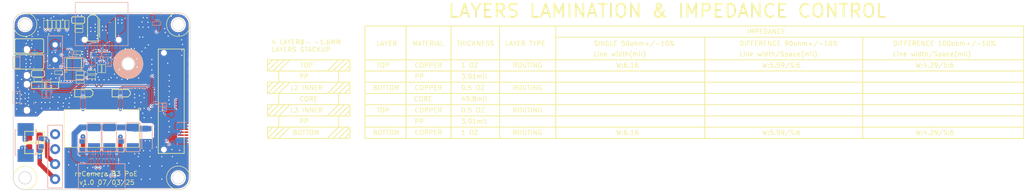
<source format=kicad_pcb>
(kicad_pcb (version 20241229) (generator "pcbnew") (generator_version "9.0")
  (layers (0 "F.Cu" signal) (4 "In1.Cu" signal) (6 "In2.Cu" signal) (2 "B.Cu" signal) (13 "F.Paste" user) (15 "B.Paste" user) (5 "F.SilkS" user "F.Silkscreen") (7 "B.SilkS" user "B.Silkscreen") (1 "F.Mask" user) (3 "B.Mask" user) (25 "Edge.Cuts" user))
  (net 0 "")
  (net 1 "+3V3")
  (net 2 "GND")
  (net 3 "Net-(C3-Pad2)")
  (net 4 "Net-(C4-Pad2)")
  (net 5 "+5V")
  (net 6 "USB_DN")
  (net 7 "USB_DP")
  (net 8 "SDIO_D1{slash}3V3")
  (net 9 "SDIO_D0{slash}3V3")
  (net 10 "SDIO_CLK{slash}3V3")
  (net 11 "SDIO_CMD{slash}3V3")
  (net 12 "SDIO_D3{slash}3V3")
  (net 13 "SDIO_D2{slash}3V3")
  (net 14 "USB_DET")
  (net 15 "DEBUG_UART0_TX")
  (net 16 "UPGRAD_KEY")
  (net 17 "Net-(D10-+)")
  (net 18 "MIPI_TXM1{slash}IIC2_SDA{slash}PWM")
  (net 19 "MIPI_TXP1{slash}IIC2_SCL{slash}PWM")
  (net 20 "MIPI_TXM0{slash}GPIO12{slash}PWM")
  (net 21 "SDIO_CD{slash}3V3")
  (net 22 "nRESET")
  (net 23 "MIPI_TXM2{slash}IIC1_SDA{slash}PWM")
  (net 24 "EPHY_TXN")
  (net 25 "EPHY_RXP")
  (net 26 "PWR_WAKEUP1")
  (net 27 "MIPI_TXM0{slash}WL_BT_EN{slash}GPIO13")
  (net 28 "EPHY_RXN")
  (net 29 "MIPI_TXP2{slash}IIC1_SCL{slash}PWM")
  (net 30 "DEBUG_UART0_RX")
  (net 31 "EPHY_TXP")
  (net 32 "GNDPWR")
  (net 33 "Net-(C5-Pad1)")
  (net 34 "SD1_CLK")
  (net 35 "SD1_CMD")
  (net 36 "SD1_D0")
  (net 37 "SD1_D1")
  (net 38 "SD1_D2")
  (net 39 "SD1_D3")
  (net 40 "Net-(USB1-B5{slash}CC2)")
  (net 41 "BT_UART1_TX")
  (net 42 "BT_UART1_RX")
  (net 43 "BT_UART1_RTS")
  (net 44 "BT_UART1_CTS")
  (net 45 "Net-(USB1-A5{slash}CC1)")
  (net 51 "SD0_PWR_EN")
  (net 52 "VIN")
  (net 59 "RESERVE1")
  (net 62 "RESERVE2")
  (net 64 "/POE_VIN+_ModeA")
  (net 65 "VIN_5V")
  (net 66 "/PHYTXN")
  (net 67 "/PHYRXP")
  (net 68 "/PHYRXN")
  (net 69 "Net-(C12-Pad1)")
  (net 70 "Net-(U3-SS)")
  (net 71 "Net-(C17-Pad1)")
  (net 72 "/DN")
  (net 73 "/DP")
  (net 74 "Net-(U3-ILM)")
  (net 75 "Net-(C9-Pad1)")
  (net 76 "Net-(C18-Pad1)")
  (net 77 "Net-(C19-Pad2)")
  (net 78 "Net-(C19-Pad1)")
  (net 79 "/POE_VIN-_ModeA")
  (net 80 "/PHYTXP")
  (net 81 "POE_VOUT_5V")
  (net 84 "Net-(U3-CP2)")
  (net 85 "Net-(U3-OV1)")
  (net 86 "Net-(U3-PR1)")
  (net 87 "Net-(U3-OV2)")
  (net 88 "Net-(U3-ST)")
  (footprint "Resistor:R0402" (layer "F.Cu") (at 114.65 109.46 -90)
    (property "Reference" "R8")
    (property "Value" "0R")
  )
  (footprint "Capacitor:C0402" (layer "F.Cu") (at 111.127499 102.31 180)
    (property "Reference" "C7")
    (property "Value" "100nF")
  )
  (footprint "Misc:TP-D35MIL" (layer "F.Cu") (at 115.7 107.6)
    (property "Reference" "TP4")
    (property "Value" "Test Point" (hide yes))
  )
  (footprint "Misc:TP-D35MIL" (layer "F.Cu") (at 119.25 105.3 180)
    (property "Reference" "TP6")
    (property "Value" "Test Point" (hide yes))
  )
  (footprint "Inductor:L0603" (layer "F.Cu") (at 106.6 112.3 180)
    (property "Reference" "FB1")
    (property "Value" "120R")
  )
  (footprint "Resistor:R0402" (layer "F.Cu") (at 111.34 111.65 180)
    (property "Reference" "R26")
    (property "Value" "19.6K")
  )
  (footprint "Diode:SOD-323" (layer "F.Cu") (at 118.175 113.624 180)
    (property "Reference" "D11")
    (property "Value" "UDD32C03L01")
  )
  (footprint "Connector:BTB60-Male-Female-0.5-17.7x4.4mm" (layer "F.Cu") (at 126.8 115 -90)
    (property "Reference" "J1" (hide yes))
    (property "Value" "ST-BTB-058060-A")
  )
  (footprint "Diode:SOD-323" (layer "F.Cu") (at 111.825 113.624 180)
    (property "Reference" "D12")
    (property "Value" "UDD32C03L01")
  )
  (footprint "Resistor:R0402" (layer "F.Cu") (at 106.917 101.9744 -90)
    (property "Reference" "R24")
    (property "Value" "4.7K")
  )
  (footprint "Capacitor:C1206" (layer "F.Cu") (at 102.7 105.625 180)
    (property "Reference" "C2")
    (property "Value" "100uF")
  )
  (footprint "Resistor:R0402" (layer "F.Cu") (at 108.3902 101.9744 90)
    (property "Reference" "R31")
    (property "Value" "10K")
  )
  (footprint "Resistor:R0402" (layer "F.Cu") (at 113.27 110.88 180)
    (property "Reference" "R28")
    (property "Value" "4.7K")
  )
  (footprint "Capacitor:C0402" (layer "F.Cu") (at 111.33 110.23)
    (property "Reference" "C23")
    (property "Value" "100nF")
  )
  (footprint "Resistor:R0402" (layer "F.Cu") (at 111.34 110.94 180)
    (property "Reference" "R25")
    (property "Value" "20K")
  )
  (footprint "Resistor:R0402" (layer "F.Cu") (at 106.203 101.979901 90)
    (property "Reference" "R29")
    (property "Value" "10K")
  )
  (footprint "Resistor:R0805" (layer "F.Cu") (at 103.6 121)
    (property "Reference" "R3")
    (property "Value" "0R")
  )
  (footprint "Resistor:R0402" (layer "F.Cu") (at 105.4692 101.9744 -90)
    (property "Reference" "R11")
    (property "Value" "56K")
  )
  (footprint "Fuse:F1210" (layer "F.Cu") (at 116 102.6 -90)
    (property "Reference" "F1")
    (property "Value" "2A")
  )
  (footprint "Misc:TP-D35MIL" (layer "F.Cu") (at 105.4 113.7)
    (property "Reference" "TP11")
    (property "Value" "Test Point")
  )
  (footprint "Resistor:R0402" (layer "F.Cu") (at 109.1268 101.9744 90)
    (property "Reference" "R23")
    (property "Value" "20K")
  )
  (footprint "Capacitor:C0603" (layer "F.Cu") (at 104.2 110.325 180)
    (property "Reference" "C16")
    (property "Value" "10uF")
  )
  (footprint "Capacitor:C0603" (layer "F.Cu") (at 111.010001 101.23 180)
    (property "Reference" "C6")
    (property "Value" "10uF")
  )
  (footprint "Capacitor:C1206" (layer "F.Cu") (at 102.7 108.325 180)
    (property "Reference" "C12")
    (property "Value" "100uF")
  )
  (footprint "Resistor:R0603" (layer "F.Cu") (at 104.2 112.3)
    (property "Reference" "R18")
    (property "Value" "1K")
  )
  (footprint "Misc:TP-D35MIL" (layer "F.Cu") (at 114.3 107.6)
    (property "Reference" "TP5")
    (property "Value" "Test Point" (hide yes))
  )
  (footprint "Resistor:R0402" (layer "F.Cu") (at 115.36 109.46 -90)
    (property "Reference" "R9")
    (property "Value" "0R")
  )
  (footprint "Resistor:R0402" (layer "F.Cu") (at 113.26 110.04 180)
    (property "Reference" "R15")
    (property "Value" "8.2K")
  )
  (footprint "Capacitor:C0402" (layer "F.Cu") (at 111.132501 103.02 180)
    (property "Reference" "C11")
    (property "Value" "100pF")
  )
  (footprint "Resistor:R0402" (layer "F.Cu") (at 107.6536 101.9744 90)
    (property "Reference" "R22")
    (property "Value" "19.6K")
  )
  (footprint "Misc:TP-D35MIL" (layer "F.Cu") (at 107.2 113.7)
    (property "Reference" "TP10")
    (property "Value" "Test Point")
  )
  (footprint "Capacitor:C0402" (layer "F.Cu") (at 104.2 111.325 180)
    (property "Reference" "C13")
    (property "Value" "100nF")
  )
  (footprint "Misc:TP-D35MIL" (layer "F.Cu") (at 119.4646 102.203 90)
    (property "Reference" "TP8")
    (property "Value" "Test Point" (hide yes))
  )
  (footprint "Capacitor:C0402" (layer "F.Cu") (at 110.887499 106.78)
    (property "Reference" "C22")
    (property "Value" "100nF")
  )
  (footprint "Misc:TRF_16p_1d27_12d7x7d15x5d1mm" (layer "F.Cu") (at 115 119.624 180)
    (property "Reference" "T1" (hide yes))
    (property "Value" "KHX1631SR")
  )
  (footprint "Capacitor:C0402" (layer "F.Cu") (at 107.697499 110.13 180)
    (property "Reference" "C8")
    (property "Value" "1uF")
  )
  (footprint "Diode:SOD-123" (layer "F.Cu") (at 113.5 102.6 -90)
    (property "Reference" "D1")
    (property "Value" "SMF5.0CA")
  )
  (footprint "Resistor:R0805" (layer "F.Cu") (at 103.6 123)
    (property "Reference" "R2")
    (property "Value" "0R")
  )
  (footprint "Ic:VQFN12-2.5x2x1mm" (layer "F.Cu") (at 110.32 108.73 90)
    (property "Reference" "U3")
    (property "Value" "TPS2121RUXR")
  )
  (footprint "Capacitor:C1206" (layer "B.Cu") (at 113.7 121.1 90)
    (property "Reference" "C5")
    (property "Value" "1nF")
  )
  (footprint "Capacitor:C0805" (layer "B.Cu") (at 110.301 108.43)
    (property "Reference" "C1")
    (property "Value" "22uF")
  )
  (footprint "Misc:TP-80X40MIL" (layer "B.Cu") (at 128.5 121.7 180)
    (property "Reference" "TP2")
    (property "Value" "Test Point")
  )
  (footprint "Resistor:R0402" (layer "B.Cu") (at 113.6 108.4 90)
    (property "Reference" "R12")
    (property "Value" "5.1K")
  )
  (footprint "Diode:ESD-0402" (layer "B.Cu") (at 114.1 107.1 180)
    (property "Reference" "D3")
    (property "Value" "ESDPSA0402V05")
  )
  (footprint "Resistor:R0402" (layer "B.Cu") (at 125.69 115.99 -90)
    (property "Reference" "R5")
    (property "Value" "20K")
  )
  (footprint "Connector:JST2P-2.54-5.58X2.5X3.5MM" (layer "B.Cu") (at 107.1 106.7 90)
    (property "Reference" "J2")
    (property "Value" "~")
  )
  (footprint "Capacitor:C1206" (layer "B.Cu") (at 120.3 121.1 90)
    (property "Reference" "C10")
    (property "Value" "1nF")
  )
  (footprint "Connector:USB2.0-TYPE-C-SMD-12X7.35X3.3MM" (layer "B.Cu") (at 115 105.65)
    (property "Reference" "USB1")
    (property "Value" "ST-USB-Y3120")
  )
  (footprint "Resistor:R0402" (layer "B.Cu") (at 124.96 116 90)
    (property "Reference" "R4")
    (property "Value" "10K")
  )
  (footprint "Resistor:R0603" (layer "B.Cu") (at 118.3 122.5 90)
    (property "Reference" "R14")
    (property "Value" "75R")
  )
  (footprint "Resistor:R1206" (layer "B.Cu") (at 122.7 121.1 -90)
    (property "Reference" "R6")
    (property "Value" "1M")
  )
  (footprint "Diode:ESD-0402" (layer "B.Cu") (at 115.9 107.1)
    (property "Reference" "D2")
    (property "Value" "ESDPSA0402V05")
  )
  (footprint "Diode:DO-214AA-SMB-NONPOLAR" (layer "B.Cu") (at 102.1 122 -90)
    (property "Reference" "D4")
    (property "Value" "58V 600W")
  )
  (footprint "Resistor:R0402" (layer "B.Cu") (at 106 112.1 90)
    (property "Reference" "R17")
    (property "Value" "0R")
  )
  (footprint "Resistor:R0402" (layer "B.Cu") (at 106 113.8 -90)
    (property "Reference" "R16")
    (property "Value" "0R")
  )
  (footprint "Capacitor:C0402" (layer "B.Cu") (at 118.175 113.85 -90)
    (property "Reference" "C3")
    (property "Value" "100nF")
  )
  (footprint "Switch:SW5-SMD-4.56X2.3X1.9MM" (layer "B.Cu") (at 102.3 114.33 -90)
    (property "Reference" "K2")
    (property "Value" "TD-1100AP-A4N-D1R")
  )
  (footprint "Resistor:R0402" (layer "B.Cu") (at 116.3 108.4 -90)
    (property "Reference" "R7")
    (property "Value" "5.1K")
  )
  (footprint "Connector:JST5_2P_1d25_7_9x4_3x3_4mm" (layer "B.Cu") (at 115 124.83 180)
    (property "Reference" "J3")
    (property "Value" "1.25-5A-WT")
  )
  (footprint "Diode:LED2-0.6X1.7MM" (layer "B.Cu") (at 124.4 100.87 180)
    (property "Reference" "D10")
    (property "Value" "27-21/GHC-YR1S2M/3C")
  )
  (footprint "Connector:JST4P-2.54-10.66X2.5X3.5MM" (layer "B.Cu") (at 107.1 124.4 90)
    (property "Reference" "J4")
    (property "Value" "~")
  )
  (footprint "Capacitor:C0402" (layer "B.Cu") (at 105.2 112.1 -90)
    (property "Reference" "C18")
    (property "Value" "10pF")
  )
  (footprint "Capacitor:C0402" (layer "B.Cu") (at 105.2 113.8 90)
    (property "Reference" "C9")
    (property "Value" "10pF")
  )
  (footprint "Misc:TP-80X40MIL" (layer "B.Cu") (at 128.46 124.2 180)
    (property "Reference" "TP3")
    (property "Value" "Test Point")
  )
  (footprint "Resistor:R0603" (layer "B.Cu") (at 111.7 122.5 90)
    (property "Reference" "R13")
    (property "Value" "75R")
  )
  (footprint "Misc:TP-D35MIL" (layer "B.Cu") (at 126.84 117.24 90)
    (property "Reference" "TP13")
    (property "Value" "Test Point")
  )
  (footprint "Capacitor:C0805" (layer "B.Cu") (at 110.341 110.59)
    (property "Reference" "C14")
    (property "Value" "22uF")
  )
  (footprint "Capacitor:C0402" (layer "B.Cu") (at 110.092501 107.08)
    (property "Reference" "C15")
    (property "Value" "100nF")
  )
  (footprint "Switch:SW5-SMD-4.56X2.3X1.9MM" (layer "B.Cu") (at 102.3 108.43 -90)
    (property "Reference" "K1")
    (property "Value" "TD-1100AP-A4N-D1R")
  )
  (footprint "Misc:TP-80X40MIL" (layer "B.Cu") (at 128.5 119.2 180)
    (property "Reference" "TP1")
    (property "Value" "Test Point")
  )
  (footprint "Resistor:R0402" (layer "B.Cu") (at 124.307499 101.81)
    (property "Reference" "R1")
    (property "Value" "510R")
  )
  (footprint "Capacitor:C1206" (layer "B.Cu") (at 116.3 121.1 90)
    (property "Reference" "C17")
    (property "Value" "1nF")
  )
  (footprint "Capacitor:C0603" (layer "B.Cu") (at 104.8 122 90)
    (property "Reference" "C19")
    (property "Value" "10nF")
  )
  (footprint "Capacitor:C0402" (layer "B.Cu") (at 111.825 113.85 -90)
    (property "Reference" "C4")
    (property "Value" "100nF")
  )
  (gr_line (start 159.644 113.678) (end 159.644 115.583) (stroke (width 0.1524)) (layer "F.SilkS"))
  (gr_line (start 144.023 107.963) (end 145.039 107.963) (stroke (width 0.1524)) (layer "F.SilkS"))
  (gr_circle (center 119.5 108.65) (end 122 108.65) (stroke (width 0.1)) (fill no) (layer "F.SilkS"))
  (gr_line (start 153.294 121.298) (end 155.199 119.393) (stroke (width 0.1524)) (layer "F.SilkS"))
  (gr_circle (center 102 102) (end 104 102) (stroke (width 0.1)) (fill no) (layer "F.SilkS"))
  (gr_line (start 145.039 119.393) (end 145.9915 119.393) (stroke (width 0.1524)) (layer "F.SilkS"))
  (gr_line (start 192.029 111.773) (end 192.029 121.298) (stroke (width 0.1524)) (layer "F.SilkS"))
  (gr_line (start 217.302 113.678) (end 244.099 113.678) (stroke (width 0.1524)) (layer "F.SilkS"))
  (gr_line (start 157.104 111.773) (end 157.104 112.7255) (stroke (width 0.1524)) (layer "F.SilkS"))
  (gr_line (start 271.404 107.963) (end 271.404 104.153) (stroke (width 0.1524)) (layer "F.SilkS"))
  (gr_line (start 271.404 107.963) (end 271.404 111.773) (stroke (width 0.1524)) (layer "F.SilkS"))
  (gr_line (start 144.023 119.393) (end 143.134 120.3455) (stroke (width 0.1524)) (layer "F.SilkS"))
  (gr_line (start 154.2465 121.298) (end 156.1515 119.393) (stroke (width 0.1524)) (layer "F.SilkS"))
  (gr_line (start 145.039 109.868) (end 145.039 111.773) (stroke (width 0.1524)) (layer "F.SilkS"))
  (gr_line (start 157.104 119.393) (end 157.104 120.3455) (stroke (width 0.1524)) (layer "F.SilkS"))
  (gr_line (start 159.644 115.583) (end 159.644 121.298) (stroke (width 0.1524)) (layer "F.SilkS"))
  (gr_line (start 157.104 115.583) (end 157.104 116.5355) (stroke (width 0.1524)) (layer "F.SilkS"))
  (gr_line (start 155.199 119.393) (end 145.9915 119.393) (stroke (width 0.1524)) (layer "F.SilkS"))
  (gr_line (start 155.199 109.868) (end 154.2465 109.868) (stroke (width 0.1524)) (layer "F.SilkS"))
  (gr_line (start 157.104 120.3455) (end 157.104 121.298) (stroke (width 0.1524)) (layer "F.SilkS"))
  (gr_line (start 271.404 104.153) (end 271.404 102.248) (stroke (width 0.1524)) (layer "F.SilkS"))
  (gr_line (start 155.199 113.678) (end 155.199 115.583) (stroke (width 0.1524)) (layer "F.SilkS"))
  (gr_line (start 156.215 109.868) (end 157.104 109.868) (stroke (width 0.1524)) (layer "F.SilkS"))
  (gr_line (start 145.039 107.963) (end 145.9915 107.963) (stroke (width 0.1524)) (layer "F.SilkS"))
  (gr_line (start 145.9915 119.393) (end 144.0865 121.298) (stroke (width 0.1524)) (layer "F.SilkS"))
  (gr_line (start 154.2465 117.488) (end 156.1515 115.583) (stroke (width 0.1524)) (layer "F.SilkS"))
  (gr_line (start 156.215 121.298) (end 157.104 121.298) (stroke (width 0.1524)) (layer "F.SilkS"))
  (gr_line (start 145.039 111.773) (end 145.9915 111.773) (stroke (width 0.1524)) (layer "F.SilkS"))
  (gr_line (start 154.2465 121.298) (end 145.039 121.298) (stroke (width 0.1524)) (layer "F.SilkS"))
  (gr_line (start 145.9915 111.773) (end 144.0865 113.678) (stroke (width 0.1524)) (layer "F.SilkS"))
  (gr_line (start 244.099 104.153) (end 244.099 113.678) (stroke (width 0.1524)) (layer "F.SilkS"))
  (gr_line (start 144.023 111.773) (end 143.134 112.7255) (stroke (width 0.1524)) (layer "F.SilkS"))
  (gr_line (start 144.0865 121.298) (end 145.039 121.298) (stroke (width 0.1524)) (layer "F.SilkS"))
  (gr_line (start 144.023 115.583) (end 143.134 116.5355) (stroke (width 0.1524)) (layer "F.SilkS"))
  (gr_line (start 143.134 107.963) (end 144.023 107.963) (stroke (width 0.1524)) (layer "F.SilkS"))
  (gr_line (start 271.404 111.773) (end 271.404 113.678) (stroke (width 0.1524)) (layer "F.SilkS"))
  (gr_line (start 146.944 107.963) (end 145.039 109.868) (stroke (width 0.1524)) (layer "F.SilkS"))
  (gr_line (start 174.249 102.248) (end 166.629 102.248) (stroke (width 0.1524)) (layer "F.SilkS"))
  (gr_line (start 157.104 111.773) (end 156.1515 111.773) (stroke (width 0.1524)) (layer "F.SilkS"))
  (gr_line (start 143.134 112.7255) (end 143.134 111.773) (stroke (width 0.1524)) (layer "F.SilkS"))
  (gr_line (start 244.099 104.153) (end 271.404 104.153) (stroke (width 0.1524)) (layer "F.SilkS"))
  (gr_line (start 182.504 109.868) (end 182.504 121.298) (stroke (width 0.1524)) (layer "F.SilkS"))
  (gr_line (start 159.644 107.963) (end 271.404 107.963) (stroke (width 0.1524)) (layer "F.SilkS"))
  (gr_line (start 154.2465 109.868) (end 156.1515 107.963) (stroke (width 0.1524)) (layer "F.SilkS"))
  (gr_circle (center 128 128) (end 130 128) (stroke (width 0.1)) (fill no) (layer "F.SilkS"))
  (gr_line (start 157.104 116.5355) (end 157.104 117.488) (stroke (width 0.1524)) (layer "F.SilkS"))
  (gr_line (start 145.039 113.678) (end 145.039 115.583) (stroke (width 0.1524)) (layer "F.SilkS"))
  (gr_line (start 144.023 119.393) (end 145.039 119.393) (stroke (width 0.1524)) (layer "F.SilkS"))
  (gr_line (start 155.199 113.678) (end 157.104 111.773) (stroke (width 0.1524)) (layer "F.SilkS"))
  (gr_line (start 143.134 108.9155) (end 143.134 107.963) (stroke (width 0.1524)) (layer "F.SilkS"))
  (gr_line (start 156.215 117.488) (end 157.104 117.488) (stroke (width 0.1524)) (layer "F.SilkS"))
  (gr_line (start 166.629 102.248) (end 159.644 102.248) (stroke (width 0.1524)) (layer "F.SilkS"))
  (gr_line (start 155.199 109.868) (end 157.104 107.963) (stroke (width 0.1524)) (layer "F.SilkS"))
  (gr_line (start 155.199 109.868) (end 155.199 111.773) (stroke (width 0.1524)) (layer "F.SilkS"))
  (gr_line (start 156.215 113.678) (end 157.104 113.678) (stroke (width 0.1524)) (layer "F.SilkS"))
  (gr_line (start 143.134 109.868) (end 143.134 108.9155) (stroke (width 0.1524)) (layer "F.SilkS"))
  (gr_line (start 143.134 116.5355) (end 143.134 115.583) (stroke (width 0.1524)) (layer "F.SilkS"))
  (gr_line (start 153.294 109.868) (end 155.199 107.963) (stroke (width 0.1524)) (layer "F.SilkS"))
  (gr_line (start 166.629 109.868) (end 166.629 121.298) (stroke (width 0.1524)) (layer "F.SilkS"))
  (gr_circle (center 102 128) (end 104 128) (stroke (width 0.1)) (fill no) (layer "F.SilkS"))
  (gr_line (start 155.199 121.298) (end 157.104 119.393) (stroke (width 0.1524)) (layer "F.SilkS"))
  (gr_line (start 157.104 112.7255) (end 157.104 113.678) (stroke (width 0.1524)) (layer "F.SilkS"))
  (gr_line (start 271.404 113.678) (end 271.404 115.583) (stroke (width 0.1524)) (layer "F.SilkS"))
  (gr_line (start 144.0865 113.678) (end 145.039 113.678) (stroke (width 0.1524)) (layer "F.SilkS"))
  (gr_line (start 143.134 117.488) (end 144.0865 117.488) (stroke (width 0.1524)) (layer "F.SilkS"))
  (gr_line (start 271.404 115.583) (end 271.404 121.298) (stroke (width 0.1524)) (layer "F.SilkS"))
  (gr_line (start 217.302 104.153) (end 244.099 104.153) (stroke (width 0.1524)) (layer "F.SilkS"))
  (gr_line (start 156.215 113.678) (end 157.104 112.7255) (stroke (width 0.1524)) (layer "F.SilkS"))
  (gr_line (start 145.039 115.583) (end 143.134 117.488) (stroke (width 0.1524)) (layer "F.SilkS"))
  (gr_line (start 156.215 109.868) (end 155.199 109.868) (stroke (width 0.1524)) (layer "F.SilkS"))
  (gr_line (start 155.199 115.583) (end 145.9915 115.583) (stroke (width 0.1524)) (layer "F.SilkS"))
  (gr_line (start 166.629 113.678) (end 174.249 113.678) (stroke (width 0.1524)) (layer "F.SilkS"))
  (gr_line (start 143.134 113.678) (end 144.0865 113.678) (stroke (width 0.1524)) (layer "F.SilkS"))
  (gr_line (start 156.215 117.488) (end 155.199 117.488) (stroke (width 0.1524)) (layer "F.SilkS"))
  (gr_line (start 145.039 107.963) (end 143.134 109.868) (stroke (width 0.1524)) (layer "F.SilkS"))
  (gr_line (start 145.039 111.773) (end 143.134 113.678) (stroke (width 0.1524)) (layer "F.SilkS"))
  (gr_line (start 174.249 121.298) (end 182.504 121.298) (stroke (width 0.1524)) (layer "F.SilkS"))
  (gr_line (start 156.215 117.488) (end 157.104 116.5355) (stroke (width 0.1524)) (layer "F.SilkS"))
  (gr_line (start 156.215 121.298) (end 157.104 120.3455) (stroke (width 0.1524)) (layer "F.SilkS"))
  (gr_line (start 145.039 115.583) (end 145.9915 115.583) (stroke (width 0.1524)) (layer "F.SilkS"))
  (gr_line (start 144.023 111.773) (end 145.039 111.773) (stroke (width 0.1524)) (layer "F.SilkS"))
  (gr_line (start 153.294 117.488) (end 155.199 115.583) (stroke (width 0.1524)) (layer "F.SilkS"))
  (gr_line (start 166.629 102.248) (end 166.629 113.678) (stroke (width 0.1524)) (layer "F.SilkS"))
  (gr_line (start 143.134 120.3455) (end 143.134 119.393) (stroke (width 0.1524)) (layer "F.SilkS"))
  (gr_line (start 155.199 117.488) (end 157.104 115.583) (stroke (width 0.1524)) (layer "F.SilkS"))
  (gr_line (start 143.134 119.393) (end 144.023 119.393) (stroke (width 0.1524)) (layer "F.SilkS"))
  (gr_line (start 192.029 102.248) (end 192.029 104.153) (stroke (width 0.1524)) (layer "F.SilkS"))
  (gr_line (start 174.249 113.678) (end 182.504 113.678) (stroke (width 0.1524)) (layer "F.SilkS"))
  (gr_line (start 174.249 102.248) (end 174.249 113.678) (stroke (width 0.1524)) (layer "F.SilkS"))
  (gr_line (start 156.215 109.868) (end 157.104 108.9155) (stroke (width 0.1524)) (layer "F.SilkS"))
  (gr_line (start 145.039 119.393) (end 143.134 121.298) (stroke (width 0.1524)) (layer "F.SilkS"))
  (gr_line (start 159.644 109.868) (end 271.404 109.868) (stroke (width 0.1524)) (layer "F.SilkS"))
  (gr_line (start 156.1515 115.583) (end 155.199 115.583) (stroke (width 0.1524)) (layer "F.SilkS"))
  (gr_line (start 157.104 108.9155) (end 157.104 109.868) (stroke (width 0.1524)) (layer "F.SilkS"))
  (gr_line (start 155.199 121.298) (end 154.2465 121.298) (stroke (width 0.1524)) (layer "F.SilkS"))
  (gr_line (start 159.644 121.298) (end 166.629 121.298) (stroke (width 0.1524)) (layer "F.SilkS"))
  (gr_line (start 156.1515 119.393) (end 155.199 119.393) (stroke (width 0.1524)) (layer "F.SilkS"))
  (gr_line (start 157.104 115.583) (end 156.1515 115.583) (stroke (width 0.1524)) (layer "F.SilkS"))
  (gr_line (start 155.199 111.773) (end 145.9915 111.773) (stroke (width 0.1524)) (layer "F.SilkS"))
  (gr_line (start 154.2465 117.488) (end 145.039 117.488) (stroke (width 0.1524)) (layer "F.SilkS"))
  (gr_line (start 143.134 111.773) (end 144.023 111.773) (stroke (width 0.1524)) (layer "F.SilkS"))
  (gr_line (start 157.104 107.963) (end 157.104 108.9155) (stroke (width 0.1524)) (layer "F.SilkS"))
  (gr_line (start 166.629 121.298) (end 174.249 121.298) (stroke (width 0.1524)) (layer "F.SilkS"))
  (gr_line (start 146.944 115.583) (end 145.039 117.488) (stroke (width 0.1524)) (layer "F.SilkS"))
  (gr_line (start 217.302 104.153) (end 217.302 113.678) (stroke (width 0.1524)) (layer "F.SilkS"))
  (gr_line (start 145.039 117.488) (end 145.039 119.393) (stroke (width 0.1524)) (layer "F.SilkS"))
  (gr_line (start 143.134 109.868) (end 144.0865 109.868) (stroke (width 0.1524)) (layer "F.SilkS"))
  (gr_line (start 244.099 111.773) (end 244.099 121.298) (stroke (width 0.1524)) (layer "F.SilkS"))
  (gr_line (start 244.099 113.678) (end 271.404 113.678) (stroke (width 0.1524)) (layer "F.SilkS"))
  (gr_line (start 192.029 104.153) (end 217.302 104.153) (stroke (width 0.1524)) (layer "F.SilkS"))
  (gr_line (start 143.134 117.488) (end 143.134 116.5355) (stroke (width 0.1524)) (layer "F.SilkS"))
  (gr_line (start 155.199 117.488) (end 154.2465 117.488) (stroke (width 0.1524)) (layer "F.SilkS"))
  (gr_line (start 144.023 107.963) (end 143.134 108.9155) (stroke (width 0.1524)) (layer "F.SilkS"))
  (gr_line (start 192.029 113.678) (end 217.302 113.678) (stroke (width 0.1524)) (layer "F.SilkS"))
  (gr_line (start 217.302 121.298) (end 244.099 121.298) (stroke (width 0.1524)) (layer "F.SilkS"))
  (gr_line (start 156.1515 111.773) (end 155.199 111.773) (stroke (width 0.1524)) (layer "F.SilkS"))
  (gr_line (start 217.302 111.773) (end 217.302 121.298) (stroke (width 0.1524)) (layer "F.SilkS"))
  (gr_line (start 143.134 113.678) (end 143.134 112.7255) (stroke (width 0.1524)) (layer "F.SilkS"))
  (gr_line (start 182.504 113.678) (end 192.029 113.678) (stroke (width 0.1524)) (layer "F.SilkS"))
  (gr_line (start 145.9915 107.963) (end 144.0865 109.868) (stroke (width 0.1524)) (layer "F.SilkS"))
  (gr_line (start 182.504 102.248) (end 182.504 113.678) (stroke (width 0.1524)) (layer "F.SilkS"))
  (gr_line (start 144.0865 109.868) (end 145.039 109.868) (stroke (width 0.1524)) (layer "F.SilkS"))
  (gr_line (start 144.023 115.583) (end 145.039 115.583) (stroke (width 0.1524)) (layer "F.SilkS"))
  (gr_line (start 174.249 109.868) (end 174.249 121.298) (stroke (width 0.1524)) (layer "F.SilkS"))
  (gr_line (start 154.2465 113.678) (end 156.1515 111.773) (stroke (width 0.1524)) (layer "F.SilkS"))
  (gr_line (start 271.404 102.248) (end 192.029 102.248) (stroke (width 0.1524)) (layer "F.SilkS"))
  (gr_line (start 143.134 115.583) (end 144.023 115.583) (stroke (width 0.1524)) (layer "F.SilkS"))
  (gr_line (start 182.504 102.248) (end 174.249 102.248) (stroke (width 0.1524)) (layer "F.SilkS"))
  (gr_line (start 192.029 121.298) (end 217.302 121.298) (stroke (width 0.1524)) (layer "F.SilkS"))
  (gr_line (start 155.199 107.963) (end 145.9915 107.963) (stroke (width 0.1524)) (layer "F.SilkS"))
  (gr_line (start 192.029 102.248) (end 182.504 102.248) (stroke (width 0.1524)) (layer "F.SilkS"))
  (gr_circle (center 128.0009 101.9992) (end 130.0009 101.9992) (stroke (width 0.1)) (fill no) (layer "F.SilkS"))
  (gr_line (start 155.199 113.678) (end 154.2465 113.678) (stroke (width 0.1524)) (layer "F.SilkS"))
  (gr_line (start 146.944 111.773) (end 145.039 113.678) (stroke (width 0.1524)) (layer "F.SilkS"))
  (gr_line (start 153.294 113.678) (end 155.199 111.773) (stroke (width 0.1524)) (layer "F.SilkS"))
  (gr_line (start 156.215 121.298) (end 155.199 121.298) (stroke (width 0.1524)) (layer "F.SilkS"))
  (gr_line (start 159.644 102.248) (end 159.644 107.963) (stroke (width 0.1524)) (layer "F.SilkS"))
  (gr_line (start 143.134 121.298) (end 144.0865 121.298) (stroke (width 0.1524)) (layer "F.SilkS"))
  (gr_line (start 159.644 117.488) (end 271.404 117.488) (stroke (width 0.1524)) (layer "F.SilkS"))
  (gr_line (start 157.104 119.393) (end 156.1515 119.393) (stroke (width 0.1524)) (layer "F.SilkS"))
  (gr_line (start 192.029 104.153) (end 192.029 113.678) (stroke (width 0.1524)) (layer "F.SilkS"))
  (gr_line (start 159.644 119.393) (end 271.404 119.393) (stroke (width 0.1524)) (layer "F.SilkS"))
  (gr_line (start 244.099 121.298) (end 271.404 121.298) (stroke (width 0.1524)) (layer "F.SilkS"))
  (gr_line (start 159.644 107.963) (end 159.644 113.678) (stroke (width 0.1524)) (layer "F.SilkS"))
  (gr_line (start 155.199 117.488) (end 155.199 119.393) (stroke (width 0.1524)) (layer "F.SilkS"))
  (gr_line (start 156.215 113.678) (end 155.199 113.678) (stroke (width 0.1524)) (layer "F.SilkS"))
  (gr_line (start 146.944 119.393) (end 145.039 121.298) (stroke (width 0.1524)) (layer "F.SilkS"))
  (gr_line (start 154.2465 113.678) (end 145.039 113.678) (stroke (width 0.1524)) (layer "F.SilkS"))
  (gr_line (start 182.504 121.298) (end 192.029 121.298) (stroke (width 0.1524)) (layer "F.SilkS"))
  (gr_line (start 156.1515 107.963) (end 155.199 107.963) (stroke (width 0.1524)) (layer "F.SilkS"))
  (gr_line (start 143.134 121.298) (end 143.134 120.3455) (stroke (width 0.1524)) (layer "F.SilkS"))
  (gr_line (start 159.644 111.773) (end 271.404 111.773) (stroke (width 0.1524)) (layer "F.SilkS"))
  (gr_line (start 159.644 113.678) (end 166.629 113.678) (stroke (width 0.1524)) (layer "F.SilkS"))
  (gr_line (start 157.104 107.963) (end 156.1515 107.963) (stroke (width 0.1524)) (layer "F.SilkS"))
  (gr_line (start 144.0865 117.488) (end 145.039 117.488) (stroke (width 0.1524)) (layer "F.SilkS"))
  (gr_line (start 145.9915 115.583) (end 144.0865 117.488) (stroke (width 0.1524)) (layer "F.SilkS"))
  (gr_line (start 154.2465 109.868) (end 145.039 109.868) (stroke (width 0.1524)) (layer "F.SilkS"))
  (gr_line (start 159.644 115.583) (end 271.404 115.583) (stroke (width 0.1524)) (layer "F.SilkS"))
  (gr_circle (center 119.5 108.65) (end 122 108.65) (stroke (width 0.1)) (fill no) (layer "B.SilkS"))
  (gr_arc (start 129.998966 128.0021) (mid 129.413457 129.415608) (end 127.999942 130.001094) (stroke (width 0.1)) (layer "Edge.Cuts"))
  (gr_line (start 129.998966 128.0021) (end 129.998966 102.000117) (stroke (width 0.1)) (layer "Edge.Cuts"))
  (gr_arc (start 101.999 130.001094) (mid 100.584777 129.415295) (end 99.998966 127.985508) (stroke (width 0.1)) (layer "Edge.Cuts"))
  (gr_arc (start 128 100.001094) (mid 129.413512 100.58659) (end 129.998966 102.000117) (stroke (width 0.1)) (layer "Edge.Cuts"))
  (gr_line (start 127.999942 130.001094) (end 101.999 130.001094) (stroke (width 0.1)) (layer "Edge.Cuts"))
  (gr_line (start 102.009583 100.001094) (end 128 100.001094) (stroke (width 0.1)) (layer "Edge.Cuts"))
  (gr_line (start 99.998966 127.985508) (end 99.998966 102.0011) (stroke (width 0.1)) (layer "Edge.Cuts"))
  (gr_circle (center 127.998966 102.001094) (end 129.048966 102.001094) (stroke (width 0.1)) (fill no) (layer "Edge.Cuts"))
  (gr_circle (center 101.998966 102.001094) (end 103.048966 102.001094) (stroke (width 0.1)) (fill no) (layer "Edge.Cuts"))
  (gr_arc (start 99.998966 102.0011) (mid 100.584752 100.586872) (end 102.009583 100.001094) (stroke (width 0.1)) (layer "Edge.Cuts"))
  (gr_circle (center 101.998966 128.001094) (end 103.048966 128.001094) (stroke (width 0.1)) (fill no) (layer "Edge.Cuts"))
  (gr_circle (center 119.498966 108.651094) (end 120.598966 108.651094) (stroke (width 0.1)) (fill no) (layer "Edge.Cuts"))
  (gr_circle (center 127.998966 128.001094) (end 129.048966 128.001094) (stroke (width 0.1)) (fill no) (layer "Edge.Cuts"))
  (gr_text "MATERIAL" (at 167.645 105.677 0) (layer "F.SilkS") (effects (font (size 0.78232 0.78232) (thickness 0.10668)) (justify left bottom)))
  (gr_text "LAYER TYPE" (at 183.393 105.677 0) (layer "F.SilkS") (effects (font (size 0.78232 0.78232) (thickness 0.10668)) (justify left bottom)))
  (gr_text "CORE" (at 167.899 115.075 0) (layer "F.SilkS") (effects (font (size 0.78232 0.78232) (thickness 0.10668)) (justify left bottom)))
  (gr_text "CORE" (at 148.468 115.075 0) (layer "F.SilkS") (effects (font (size 0.78232 0.78232) (thickness 0.10668)) (justify left bottom)))
  (gr_text "ROUTING" (at 184.663 113.17 0) (layer "F.SilkS") (effects (font (size 0.78232 0.78232) (thickness 0.10668)) (justify left bottom)))
  (gr_text "ROUTING" (at 184.663 120.79 0) (layer "F.SilkS") (effects (font (size 0.78232 0.78232) (thickness 0.10668)) (justify left bottom)))
  (gr_text "4 LAYER#- -1.6MM\nLAYERS STACKUP" (at 143.769 106.693 0) (layer "F.SilkS") (effects (font (size 0.78232 0.78232) (thickness 0.10668)) (justify left bottom)))
  (gr_text "TOP" (at 161.549 116.98 0) (layer "F.SilkS") (effects (font (size 0.78232 0.78232) (thickness 0.10668)) (justify left bottom)))
  (gr_text "COPPER" (at 168.026 113.17 0) (layer "F.SilkS") (effects (font (size 0.78232 0.78232) (thickness 0.10668)) (justify left bottom)))
  (gr_text "W:5.59/S:6" (at 226.954 109.36 0) (layer "F.SilkS") (effects (font (size 0.78232 0.78232) (thickness 0.10668)) (justify left bottom)))
  (gr_text "BOTTOM" (at 160.914 113.17 0) (layer "F.SilkS") (effects (font (size 0.78232 0.78232) (thickness 0.10668)) (justify left bottom)))
  (gr_text "COPPER" (at 168.026 120.79 0) (layer "F.SilkS") (effects (font (size 0.78232 0.78232) (thickness 0.10668)) (justify left bottom)))
  (gr_text "PP" (at 168.026 118.885 0) (layer "F.SilkS") (effects (font (size 0.78232 0.78232) (thickness 0.10668)) (justify left bottom)))
  (gr_text "THICKNESS" (at 175.138 105.677 0) (layer "F.SilkS") (effects (font (size 0.78232 0.78232) (thickness 0.10668)) (justify left bottom)))
  (gr_text "TOP" (at 161.549 109.36 0) (layer "F.SilkS") (effects (font (size 0.78232 0.78232) (thickness 0.10668)) (justify left bottom)))
  (gr_text "49.8mil" (at 175.9 115.075 0) (layer "F.SilkS") (effects (font (size 0.78232 0.78232) (thickness 0.10668)) (justify left bottom)))
  (gr_text "1 OZ" (at 175.9 120.79 0) (layer "F.SilkS") (effects (font (size 0.78232 0.78232) (thickness 0.10668)) (justify left bottom)))
  (gr_text "SINGLE 50ohm+/-10%" (at 198.379 105.677 0) (layer "F.SilkS") (effects (font (size 0.78232 0.78232) (thickness 0.10668)) (justify left bottom)))
  (gr_text "0.5 OZ" (at 175.9 116.98 0) (layer "F.SilkS") (effects (font (size 0.78232 0.78232) (thickness 0.10668)) (justify left bottom)))
  (gr_text "3.91mil" (at 175.9 111.265 0) (layer "F.SilkS") (effects (font (size 0.78232 0.78232) (thickness 0.10668)) (justify left bottom)))
  (gr_text "BOTTOM" (at 147.325 120.79 0) (layer "F.SilkS") (effects (font (size 0.78232 0.78232) (thickness 0.10668)) (justify left bottom)))
  (gr_text "0.5 OZ" (at 175.9 113.17 0) (layer "F.SilkS") (effects (font (size 0.78232 0.78232) (thickness 0.10668)) (justify left bottom)))
  (gr_text "IMPEDANCE" (at 224.414 103.645 0) (layer "F.SilkS") (effects (font (size 0.78232 0.78232) (thickness 0.10668)) (justify left bottom)))
  (gr_text "LAYER" (at 161.549 105.677 0) (layer "F.SilkS") (effects (font (size 0.78232 0.78232) (thickness 0.10668)) (justify left bottom)))
  (gr_text "PP" (at 148.468 118.885 0) (layer "F.SilkS") (effects (font (size 0.78232 0.78232) (thickness 0.10668)) (justify left bottom)))
  (gr_text "PP" (at 148.468 111.265 0) (layer "F.SilkS") (effects (font (size 0.78232 0.78232) (thickness 0.10668)) (justify left bottom)))
  (gr_text "DIFFERENCE 90ohm+/-10%" (at 223.144 105.677 0) (layer "F.SilkS") (effects (font (size 0.78232 0.78232) (thickness 0.10668)) (justify left bottom)))
  (gr_text "3.91mil" (at 175.9 118.885 0) (layer "F.SilkS") (effects (font (size 0.78232 0.78232) (thickness 0.10668)) (justify left bottom)))
  (gr_text "TOP" (at 148.595 109.36 0) (layer "F.SilkS") (effects (font (size 0.78232 0.78232) (thickness 0.10668)) (justify left bottom)))
  (gr_text "W:5.59/S:6" (at 226.954 120.79 0) (layer "F.SilkS") (effects (font (size 0.78232 0.78232) (thickness 0.10668)) (justify left bottom)))
  (gr_text "Line width(mil)" (at 198.379 107.455 0) (layer "F.SilkS") (effects (font (size 0.78232 0.78232) (thickness 0.10668)) (justify left bottom)))
  (gr_text "v1.0 07/03/25" (at 111.15 129.24 0) (layer "F.SilkS") (effects (font (size 0.8 0.8) (thickness 0.1)) (justify left bottom)))
  (gr_text "reCamera B3 PoE\n" (at 110.33 127.78 0) (layer "F.SilkS") (effects (font (size 0.8 0.8) (thickness 0.1)) (justify left bottom)))
  (gr_text "PP" (at 168.026 111.265 0) (layer "F.SilkS") (effects (font (size 0.78232 0.78232) (thickness 0.10668)) (justify left bottom)))
  (gr_text "COPPER" (at 168.026 109.36 0) (layer "F.SilkS") (effects (font (size 0.78232 0.78232) (thickness 0.10668)) (justify left bottom)))
  (gr_text "DIFFERENCE 100ohm+/-10%" (at 249.179 105.677 0) (layer "F.SilkS") (effects (font (size 0.78232 0.78232) (thickness 0.10668)) (justify left bottom)))
  (gr_text "COPPER" (at 168.026 116.98 0) (layer "F.SilkS") (effects (font (size 0.78232 0.78232) (thickness 0.10668)) (justify left bottom)))
  (gr_text "ROUTING" (at 184.663 109.36 0) (layer "F.SilkS") (effects (font (size 0.78232 0.78232) (thickness 0.10668)) (justify left bottom)))
  (gr_text "W:4.29/S:6" (at 252.989 120.79 0) (layer "F.SilkS") (effects (font (size 0.78232 0.78232) (thickness 0.10668)) (justify left bottom)))
  (gr_text "L2 INNER" (at 146.944 113.17 0) (layer "F.SilkS") (effects (font (size 0.78232 0.78232) (thickness 0.10668)) (justify left bottom)))
  (gr_text "ROUTING" (at 184.663 116.98 0) (layer "F.SilkS") (effects (font (size 0.78232 0.78232) (thickness 0.10668)) (justify left bottom)))
  (gr_text "1 OZ" (at 175.9 109.36 0) (layer "F.SilkS") (effects (font (size 0.78232 0.78232) (thickness 0.10668)) (justify left bottom)))
  (gr_text "Line width/Space(mil)" (at 249.179 107.455 0) (layer "F.SilkS") (effects (font (size 0.78232 0.78232) (thickness 0.10668)) (justify left bottom)))
  (gr_text "W:4.29/S:6" (at 252.989 109.36 0) (layer "F.SilkS") (effects (font (size 0.78232 0.78232) (thickness 0.10668)) (justify left bottom)))
  (gr_text "L3 INNER" (at 146.944 116.98 0) (layer "F.SilkS") (effects (font (size 0.78232 0.78232) (thickness 0.10668)) (justify left bottom)))
  (gr_text "BOTTOM" (at 160.914 120.79 0) (layer "F.SilkS") (effects (font (size 0.78232 0.78232) (thickness 0.10668)) (justify left bottom)))
  (gr_text "W:6.16" (at 202.189 120.79 0) (layer "F.SilkS") (effects (font (size 0.78232 0.78232) (thickness 0.10668)) (justify left bottom)))
  (gr_text "W:6.16" (at 202.189 109.36 0) (layer "F.SilkS") (effects (font (size 0.78232 0.78232) (thickness 0.10668)) (justify left bottom)))
  (gr_text "LAYERS LAMINATION & IMPEDANCE CONTROL" (at 173.614 100.978 0) (layer "F.SilkS") (effects (font (size 2.2352 2.2352) (thickness 0.3048)) (justify left bottom)))
  (gr_text "Line width/Space(mil)" (at 223.144 107.455 0) (layer "F.SilkS") (effects (font (size 0.78232 0.78232) (thickness 0.10668)) (justify left bottom)))
  (via (at 109.4 125.8) (size 0.4064) (drill 0.2032) (layers "F.Cu" "B.Cu") (net 2))
  (via (at 122.02 102.43) (size 0.4064) (drill 0.2032) (layers "F.Cu" "B.Cu") (net 2))
  (via (at 102.02 114.55) (size 0.4064) (drill 0.2032) (layers "F.Cu" "B.Cu") (net 2))
  (via (at 102.2 107.2) (size 0.4064) (drill 0.2032) (layers "F.Cu" "B.Cu") (net 2))
  (via (at 128.12 103.76) (size 0.4064) (drill 0.2032) (layers "F.Cu" "B.Cu") (net 2))
  (via (at 115.38 125.97) (size 0.4064) (drill 0.2032) (layers "F.Cu" "B.Cu") (net 2))
  (via (at 123.14 121.72) (size 0.4064) (drill 0.2032) (layers "F.Cu" "B.Cu") (net 2))
  (via (at 126.45 112.47) (size 0.4064) (drill 0.2032) (layers "F.Cu" "B.Cu") (net 2))
  (via (at 102.6 113) (size 0.4064) (drill 0.2032) (layers "F.Cu" "B.Cu") (net 2))
  (via (at 104.8 115.2) (size 0.4064) (drill 0.2032) (layers "F.Cu" "B.Cu") (net 2))
  (via (at 117.8 127.6) (size 0.4064) (drill 0.2032) (layers "F.Cu" "B.Cu") (net 2))
  (via (at 109.55 114.38) (size 0.4064) (drill 0.2032) (layers "F.Cu" "B.Cu") (net 2))
  (via (at 100.78 112.7) (size 0.4064) (drill 0.2032) (layers "F.Cu" "B.Cu") (net 2))
  (via (at 126.4 120.2) (size 0.4064) (drill 0.2032) (layers "F.Cu" "B.Cu") (net 2))
  (via (at 126.2 108.57) (size 0.4064) (drill 0.2032) (layers "F.Cu" "B.Cu") (net 2))
  (via (at 122.19 113.75) (size 0.4064) (drill 0.2032) (layers "F.Cu" "B.Cu") (net 2))
  (via (at 100.54517 116.335311) (size 0.4064) (drill 0.2032) (layers "F.Cu" "B.Cu") (net 2))
  (via (at 116.18 111.35) (size 0.4064) (drill 0.2032) (layers "F.Cu" "B.Cu") (net 2))
  (via (at 100.69 110.64) (size 0.4064) (drill 0.2032) (layers "F.Cu" "B.Cu") (net 2))
  (via (at 121.97 117.03) (size 0.4064) (drill 0.2032) (layers "F.Cu" "B.Cu") (net 2))
  (via (at 121.85 101.54) (size 0.4064) (drill 0.2032) (layers "F.Cu" "B.Cu") (net 2))
  (via (at 111.3366 107.283) (size 0.4064) (drill 0.2032) (layers "F.Cu" "B.Cu") (net 2))
  (via (at 125.67 102.67) (size 0.4064) (drill 0.2032) (layers "F.Cu" "B.Cu") (net 2))
  (via (at 107.24 111.08) (size 0.4064) (drill 0.2032) (layers "F.Cu" "B.Cu") (net 2))
  (via (at 114.075 106.65) (size 0.4064) (drill 0.2032) (layers "F.Cu" "B.Cu") (net 2))
  (via (at 104.2 103.2) (size 0.4064) (drill 0.2032) (layers "F.Cu" "B.Cu") (net 2))
  (via (at 126.52 119.33) (size 0.4064) (drill 0.2032) (layers "F.Cu" "B.Cu") (net 2))
  (via (at 109.48 115.35) (size 0.4064) (drill 0.2032) (layers "F.Cu" "B.Cu") (net 2))
  (via (at 113.15 103.15) (size 0.4064) (drill 0.2032) (layers "F.Cu" "B.Cu") (net 2))
  (via (at 122.4 121.7) (size 0.4064) (drill 0.2032) (layers "F.Cu" "B.Cu") (net 2))
  (via (at 111.9 129.4) (size 0.4064) (drill 0.2032) (layers "F.Cu" "B.Cu") (net 2))
  (via (at 115.4 111.36) (size 0.4064) (drill 0.2032) (layers "F.Cu" "B.Cu") (net 2))
  (via (at 119.02 106.11) (size 0.4064) (drill 0.2032) (layers "F.Cu" "B.Cu") (net 2))
  (via (at 111.58 100.4752) (size 0.4064) (drill 0.2032) (layers "F.Cu" "B.Cu") (net 2))
  (via (at 120.61 115.97) (size 0.4064) (drill 0.2032) (layers "F.Cu" "B.Cu") (net 2))
  (via (at 122.69 100.85) (size 0.4064) (drill 0.2032) (layers "F.Cu" "B.Cu") (net 2))
  (via (at 122.2 117.8) (size 0.4064) (drill 0.2032) (layers "F.Cu" "B.Cu") (net 2))
  (via (at 114.1 127.36) (size 0.4064) (drill 0.2032) (layers "F.Cu" "B.Cu") (net 2))
  (via (at 108.45 115.88) (size 0.4064) (drill 0.2032) (layers "F.Cu" "B.Cu") (net 2))
  (via (at 107.6 116.2) (size 0.4064) (drill 0.2032) (layers "F.Cu" "B.Cu") (net 2))
  (via (at 128.62 106.35) (size 0.4064) (drill 0.2032) (layers "F.Cu" "B.Cu") (net 2))
  (via (at 112.61 103.81) (size 0.4064) (drill 0.2032) (layers "F.Cu" "B.Cu") (net 2))
  (via (at 102.2 109.7) (size 0.4064) (drill 0.2032) (layers "F.Cu" "B.Cu") (net 2))
  (via (at 123.51 109.7) (size 0.4064) (drill 0.2032) (layers "F.Cu" "B.Cu") (net 2))
  (via (at 123.2 123.4) (size 0.4064) (drill 0.2032) (layers "F.Cu" "B.Cu") (net 2))
  (via (at 104.516156 102.471498) (size 0.4064) (drill 0.2032) (layers "F.Cu" "B.Cu") (net 2))
  (via (at 113.87 103.17) (size 0.4064) (drill 0.2032) (layers "F.Cu" "B.Cu") (net 2))
  (via (at 105.18 100.95) (size 0.4064) (drill 0.2032) (layers "F.Cu" "B.Cu") (net 2))
  (via (at 117.18 110.39) (size 0.4064) (drill 0.2032) (layers "F.Cu" "B.Cu") (net 2))
  (via (at 103.13 104.67) (size 0.4064) (drill 0.2032) (layers "F.Cu" "B.Cu") (net 2))
  (via (at 116.3 106.625) (size 0.4064) (drill 0.2032) (layers "F.Cu" "B.Cu") (net 2))
  (via (at 116.525 107.575) (size 0.4064) (drill 0.2032) (layers "F.Cu" "B.Cu") (net 2))
  (via (at 107.03 102.97) (size 0.4064) (drill 0.2032) (layers "F.Cu" "B.Cu") (net 2))
  (via (at 126.47 111.52) (size 0.4064) (drill 0.2032) (layers "F.Cu" "B.Cu") (net 2))
  (via (at 113.37 111.4) (size 0.4064) (drill 0.2032) (layers "F.Cu" "B.Cu") (net 2))
  (via (at 126.8 100.57) (size 0.4064) (drill 0.2032) (layers "F.Cu" "B.Cu") (net 2))
  (via (at 128.6 107.2) (size 0.4064) (drill 0.2032) (layers "F.Cu" "B.Cu") (net 2))
  (via (at 121.97 104.12) (size 0.4064) (drill 0.2032) (layers "F.Cu" "B.Cu") (net 2))
  (via (at 106.700229 114.296311) (size 0.4064) (drill 0.2032) (layers "F.Cu" "B.Cu") (net 2))
  (via (at 116.6 111) (size 0.4064) (drill 0.2032) (layers "F.Cu" "B.Cu") (net 2))
  (via (at 122.2 116.2) (size 0.4064) (drill 0.2032) (layers "F.Cu" "B.Cu") (net 2))
  (via (at 121.2 124.4) (size 0.4064) (drill 0.2032) (layers "F.Cu" "B.Cu") (net 2))
  (via (at 112.58 127.31) (size 0.4064) (drill 0.2032) (layers "F.Cu" "B.Cu") (net 2))
  (via (at 102.08 115.44) (size 0.4064) (drill 0.2032) (layers "F.Cu" "B.Cu") (net 2))
  (via (at 104.8 116.2) (size 0.4064) (drill 0.2032) (layers "F.Cu" "B.Cu") (net 2))
  (via (at 114.4 110.91) (size 0.4064) (drill 0.2032) (layers "F.Cu" "B.Cu") (net 2))
  (via (at 113.9 101.95) (size 0.4064) (drill 0.2032) (layers "F.Cu" "B.Cu") (net 2))
  (via (at 103.8 115.2) (size 0.4064) (drill 0.2032) (layers "F.Cu" "B.Cu") (net 2))
  (via (at 122.2 114.4) (size 0.4064) (drill 0.2032) (layers "F.Cu" "B.Cu") (net 2))
  (via (at 121.34 102.41) (size 0.4064) (drill 0.2032) (layers "F.Cu" "B.Cu") (net 2))
  (via (at 119.37 111.28) (size 0.4064) (drill 0.2032) (layers "F.Cu" "B.Cu") (net 2))
  (via (at 108.73 109.7) (size 0.4064) (drill 0.2032) (layers "F.Cu" "B.Cu") (net 2))
  (via (at 117.6 111) (size 0.4064) (drill 0.2032) (layers "F.Cu" "B.Cu") (net 2))
  (via (at 122.05 100.81) (size 0.4064) (drill 0.2032) (layers "F.Cu" "B.Cu") (net 2))
  (via (at 127.8 125.5) (size 0.4064) (drill 0.2032) (layers "F.Cu" "B.Cu") (net 2))
  (via (at 101.4 115.4) (size 0.4064) (drill 0.2032) (layers "F.Cu" "B.Cu") (net 2))
  (via (at 107.8 114.3) (size 0.4064) (drill 0.2032) (layers "F.Cu" "B.Cu") (net 2))
  (via (at 128.72 105.36) (size 0.4064) (drill 0.2032) (layers "F.Cu" "B.Cu") (net 2))
  (via (at 113.13 102.51) (size 0.4064) (drill 0.2032) (layers "F.Cu" "B.Cu") (net 2))
  (via (at 117.4 129.4) (size 0.4064) (drill 0.2032) (layers "F.Cu" "B.Cu") (net 2))
  (via (at 128.56 104.58) (size 0.4064) (drill 0.2032) (layers "F.Cu" "B.Cu") (net 2))
  (via (at 123.51 107.94) (size 0.4064) (drill 0.2032) (layers "F.Cu" "B.Cu") (net 2))
  (via (at 120.04 106.06) (size 0.4064) (drill 0.2032) (layers "F.Cu" "B.Cu") (net 2))
  (via (at 100.79 111.84) (size 0.4064) (drill 0.2032) (layers "F.Cu" "B.Cu") (net 2))
  (via (at 112.22 110.02) (size 0.4064) (drill 0.2032) (layers "F.Cu" "B.Cu") (net 2))
  (via (at 102.01 113.62) (size 0.4064) (drill 0.2032) (layers "F.Cu" "B.Cu") (net 2))
  (via (at 124.3 122.8) (size 0.4064) (drill 0.2032) (layers "F.Cu" "B.Cu") (net 2))
  (via (at 102.2 104.1) (size 0.4064) (drill 0.2032) (layers "F.Cu" "B.Cu") (net 2))
  (via (at 114.4 129.4) (size 0.4064) (drill 0.2032) (layers "F.Cu" "B.Cu") (net 2))
  (via (at 118.42 111.3) (size 0.4064) (drill 0.2032) (layers "F.Cu" "B.Cu") (net 2))
  (via (at 103.2 105.3) (size 0.4064) (drill 0.2032) (layers "F.Cu" "B.Cu") (net 2))
  (via (at 110.65 125.8) (size 0.4064) (drill 0.2032) (layers "F.Cu" "B.Cu") (net 2))
  (via (at 120.6 114.4) (size 0.4064) (drill 0.2032) (layers "F.Cu" "B.Cu") (net 2))
  (via (at 100.57 115.28) (size 0.4064) (drill 0.2032) (layers "F.Cu" "B.Cu") (net 2))
  (via (at 102.47 104.69) (size 0.4064) (drill 0.2032) (layers "F.Cu" "B.Cu") (net 2))
  (via (at 109.38 103.73) (size 0.4064) (drill 0.2032) (layers "F.Cu" "B.Cu") (net 2))
  (via (at 108.92 114.58) (size 0.4064) (drill 0.2032) (layers "F.Cu" "B.Cu") (net 2))
  (via (at 100.65 114.55) (size 0.4064) (drill 0.2032) (layers "F.Cu" "B.Cu") (net 2))
  (via (at 123.4 117.8) (size 0.4064) (drill 0.2032) (layers "F.Cu" "B.Cu") (net 2))
  (via (at 114.24 103.84) (size 0.4064) (drill 0.2032) (layers "F.Cu" "B.Cu") (net 2))
  (via (at 121.4 114.07) (size 0.4064) (drill 0.2032) (layers "F.Cu" "B.Cu") (net 2))
  (via (at 126.49 113.32) (size 0.4064) (drill 0.2032) (layers "F.Cu" "B.Cu") (net 2))
  (via (at 126.5 115.48) (size 0.4064) (drill 0.2032) (layers "F.Cu" "B.Cu") (net 2))
  (via (at 125.79 103.35) (size 0.4064) (drill 0.2032) (layers "F.Cu" "B.Cu") (net 2))
  (via (at 107.1456 106.7242) (size 0.4064) (drill 0.2032) (layers "F.Cu" "B.Cu") (net 2))
  (via (at 126.4 118.4) (size 0.4064) (drill 0.2032) (layers "F.Cu" "B.Cu") (net 2))
  (via (at 106.2 108.9) (size 0.4064) (drill 0.2032) (layers "F.Cu" "B.Cu") (net 2))
  (via (at 121 107.8) (size 0.4064) (drill 0.2032) (layers "F.Cu" "B.Cu") (net 2))
  (via (at 126.48 110.61) (size 0.4064) (drill 0.2032) (layers "F.Cu" "B.Cu") (net 2))
  (via (at 103 108.6) (size 0.4064) (drill 0.2032) (layers "F.Cu" "B.Cu") (net 2))
  (via (at 101.32 114.61) (size 0.4064) (drill 0.2032) (layers "F.Cu" "B.Cu") (net 2))
  (via (at 113.9 111.38) (size 0.4064) (drill 0.2032) (layers "F.Cu" "B.Cu") (net 2))
  (via (at 106.4 111.2) (size 0.4064) (drill 0.2032) (layers "F.Cu" "B.Cu") (net 2))
  (via (at 110.95 100.458294) (size 0.4064) (drill 0.2032) (layers "F.Cu" "B.Cu") (net 2))
  (via (at 108.3902 101.1362) (size 0.4064) (drill 0.2032) (layers "F.Cu" "B.Cu") (net 2))
  (via (at 121.65 115.18) (size 0.4064) (drill 0.2032) (layers "F.Cu" "B.Cu") (net 2))
  (via (at 122.1 123.4) (size 0.4064) (drill 0.2032) (layers "F.Cu" "B.Cu") (net 2))
  (via (at 120.58 113.82) (size 0.4064) (drill 0.2032) (layers "F.Cu" "B.Cu") (net 2))
  (via (at 123.2 124.4) (size 0.4064) (drill 0.2032) (layers "F.Cu" "B.Cu") (net 2))
  (via (at 125.2 126) (size 0.4064) (drill 0.2032) (layers "F.Cu" "B.Cu") (net 2))
  (via (at 118 109.6) (size 0.4064) (drill 0.2032) (layers "F.Cu" "B.Cu") (net 2))
  (via (at 121.27 111.06) (size 0.4064) (drill 0.2032) (layers "F.Cu" "B.Cu") (net 2))
  (via (at 105.42 115.23) (size 0.4064) (drill 0.2032) (layers "F.Cu" "B.Cu") (net 2))
  (via (at 104.21 103.69) (size 0.4064) (drill 0.2032) (layers "F.Cu" "B.Cu") (net 2))
  (via (at 107.6 115.2) (size 0.4064) (drill 0.2032) (layers "F.Cu" "B.Cu") (net 2))
  (via (at 121.72 128.24) (size 0.4064) (drill 0.2032) (layers "F.Cu" "B.Cu") (net 2))
  (via (at 102.87 108) (size 0.4064) (drill 0.2032) (layers "F.Cu" "B.Cu") (net 2))
  (via (at 120.54 106.07) (size 0.4064) (drill 0.2032) (layers "F.Cu" "B.Cu") (net 2))
  (via (at 106.2 115.2) (size 0.4064) (drill 0.2032) (layers "F.Cu" "B.Cu") (net 2))
  (via (at 109.4 123.6) (size 0.4064) (drill 0.2032) (layers "F.Cu" "B.Cu") (net 2))
  (via (at 101.4 111.3) (size 0.4064) (drill 0.2032) (layers "F.Cu" "B.Cu") (net 2))
  (via (at 127 124.4) (size 0.4064) (drill 0.2032) (layers "F.Cu" "B.Cu") (net 2))
  (via (at 118.37 128.44) (size 0.4064) (drill 0.2032) (layers "F.Cu" "B.Cu") (net 2))
  (via (at 106.6 106.7) (size 0.4064) (drill 0.2032) (layers "F.Cu" "B.Cu") (net 2))
  (via (at 105.8 108.2) (size 0.4064) (drill 0.2032) (layers "F.Cu" "B.Cu") (net 2))
  (via (at 102.6 114.4) (size 0.4064) (drill 0.2032) (layers "F.Cu" "B.Cu") (net 2))
  (via (at 115.12 102.31) (size 0.4064) (drill 0.2032) (layers "F.Cu" "B.Cu") (net 2))
  (via (at 106.8662 100.6536) (size 0.4064) (drill 0.2032) (layers "F.Cu" "B.Cu") (net 2))
  (via (at 122.4 105.96) (size 0.4064) (drill 0.2032) (layers "F.Cu" "B.Cu") (net 2))
  (via (at 102.2 108.6) (size 0.4064) (drill 0.2032) (layers "F.Cu" "B.Cu") (net 2))
  (via (at 103 107.4) (size 0.4064) (drill 0.2032) (layers "F.Cu" "B.Cu") (net 2))
  (via (at 115.08 127.78) (size 0.4064) (drill 0.2032) (layers "F.Cu" "B.Cu") (net 2))
  (via (at 120.61 115.27) (size 0.4064) (drill 0.2032) (layers "F.Cu" "B.Cu") (net 2))
  (via (at 116.09 125.97) (size 0.4064) (drill 0.2032) (layers "F.Cu" "B.Cu") (net 2))
  (via (at 116 127.6) (size 0.4064) (drill 0.2032) (layers "F.Cu" "B.Cu") (net 2))
  (via (at 102.6 115.65) (size 0.4064) (drill 0.2032) (layers "F.Cu" "B.Cu") (net 2))
  (via (at 106.84 109.32) (size 0.4064) (drill 0.2032) (layers "F.Cu" "B.Cu") (net 2))
  (via (at 115.7 108.5) (size 0.4064) (drill 0.2032) (layers "F.Cu" "B.Cu") (net 2))
  (via (at 128.21 123.33) (size 0.4064) (drill 0.2032) (layers "F.Cu" "B.Cu") (net 2))
  (via (at 126.927928 123.177556) (size 0.4064) (drill 0.2032) (layers "F.Cu" "B.Cu") (net 2))
  (via (at 101.4 113.9) (size 0.4064) (drill 0.2032) (layers "F.Cu" "B.Cu") (net 2))
  (via (at 106.03 103.61) (size 0.4064) (drill 0.2032) (layers "F.Cu" "B.Cu") (net 2))
  (via (at 102.91 111.34) (size 0.4064) (drill 0.2032) (layers "F.Cu" "B.Cu") (net 2))
  (via (at 123.2 128.2) (size 0.4064) (drill 0.2032) (layers "F.Cu" "B.Cu") (net 2))
  (via (at 119.59 125.5) (size 0.4064) (drill 0.2032) (layers "F.Cu" "B.Cu") (net 2))
  (via (at 111.743 107.0544) (size 0.4064) (drill 0.2032) (layers "F.Cu" "B.Cu") (net 2))
  (via (at 122.91 105.45) (size 0.4064) (drill 0.2032) (layers "F.Cu" "B.Cu") (net 2))
  (via (at 125.2 128.2) (size 0.4064) (drill 0.2032) (layers "F.Cu" "B.Cu") (net 2))
  (via (at 122.84 101.6) (size 0.4064) (drill 0.2032) (layers "F.Cu" "B.Cu") (net 2))
  (via (at 105.8 107.3) (size 0.4064) (drill 0.2032) (layers "F.Cu" "B.Cu") (net 2))
  (via (at 114.18 108.51) (size 0.4064) (drill 0.2032) (layers "F.Cu" "B.Cu") (net 2))
  (via (at 106.51 110.33) (size 0.4064) (drill 0.2032) (layers "F.Cu" "B.Cu") (net 2))
  (via (at 103.2 104) (size 0.4064) (drill 0.2032) (layers "F.Cu" "B.Cu") (net 2))
  (via (at 109.44 116.01) (size 0.4064) (drill 0.2032) (layers "F.Cu" "B.Cu") (net 2))
  (via (at 114.24 104.37) (size 0.4064) (drill 0.2032) (layers "F.Cu" "B.Cu") (net 2))
  (via (at 121.45 104.12) (size 0.4064) (drill 0.2032) (layers "F.Cu" "B.Cu") (net 2))
  (via (at 113.5 126.2) (size 0.4064) (drill 0.2032) (layers "F.Cu" "B.Cu") (net 2))
  (via (at 113.21 127.29) (size 0.4064) (drill 0.2032) (layers "F.Cu" "B.Cu") (net 2))
  (via (at 100.71 113.68) (size 0.4064) (drill 0.2032) (layers "F.Cu" "B.Cu") (net 2))
  (via (at 114.56 111.38) (size 0.4064) (drill 0.2032) (layers "F.Cu" "B.Cu") (net 2))
  (via (at 121.4 126) (size 0.4064) (drill 0.2032) (layers "F.Cu" "B.Cu") (net 2))
  (via (at 113.8258 109.5436) (size 0.4064) (drill 0.2032) (layers "F.Cu" "B.Cu") (net 2))
  (via (at 126.41 114.23) (size 0.4064) (drill 0.2032) (layers "F.Cu" "B.Cu") (net 2))
  (via (at 106.2 116.2) (size 0.4064) (drill 0.2032) (layers "F.Cu" "B.Cu") (net 2))
  (via (at 103.08 105.89) (size 0.4064) (drill 0.2032) (layers "F.Cu" "B.Cu") (net 2))
  (via (at 115.72 102.34) (size 0.4064) (drill 0.2032) (layers "F.Cu" "B.Cu") (net 2))
  (via (at 106.4 100.93) (size 0.4064) (drill 0.2032) (layers "F.Cu" "B.Cu") (net 2))
  (via (at 121.81 106.55) (size 0.4064) (drill 0.2032) (layers "F.Cu" "B.Cu") (net 2))
  (via (at 102.61 113.79) (size 0.4064) (drill 0.2032) (layers "F.Cu" "B.Cu") (net 2))
  (via (at 105.8 101.2) (size 0.4064) (drill 0.2032) (layers "F.Cu" "B.Cu") (net 2))
  (via (at 115.16 102.96) (size 0.4064) (drill 0.2032) (layers "F.Cu" "B.Cu") (net 2))
  (via (at 102.15 109.17) (size 0.4064) (drill 0.2032) (layers "F.Cu" "B.Cu") (net 2))
  (via (at 109.89 114) (size 0.4064) (drill 0.2032) (layers "F.Cu" "B.Cu") (net 2))
  (via (at 125.2 124.4) (size 0.4064) (drill 0.2032) (layers "F.Cu" "B.Cu") (net 2))
  (via (at 102.47 115) (size 0.4064) (drill 0.2032) (layers "F.Cu" "B.Cu") (net 2))
  (via (at 123.51 108.74) (size 0.4064) (drill 0.2032) (layers "F.Cu" "B.Cu") (net 2))
  (via (at 112.6 126.3) (size 0.4064) (drill 0.2032) (layers "F.Cu" "B.Cu") (net 2))
  (via (at 126.28 103.94) (size 0.4064) (drill 0.2032) (layers "F.Cu" "B.Cu") (net 2))
  (via (at 120.61 123.92) (size 0.4064) (drill 0.2032) (layers "F.Cu" "B.Cu") (net 2))
  (via (at 123.2 126) (size 0.4064) (drill 0.2032) (layers "F.Cu" "B.Cu") (net 2))
  (via (at 102.14 107.89) (size 0.4064) (drill 0.2032) (layers "F.Cu" "B.Cu") (net 2))
  (via (at 104.2 101.2) (size 0.4064) (drill 0.2032) (layers "F.Cu" "B.Cu") (net 2))
  (via (at 121 109.2) (size 0.4064) (drill 0.2032) (layers "F.Cu" "B.Cu") (net 2))
  (via (at 102.2 105.2) (size 0.4064) (drill 0.2032) (layers "F.Cu" "B.Cu") (net 2))
  (via (at 103.8 116.9) (size 0.4064) (drill 0.2032) (layers "F.Cu" "B.Cu") (net 2))
  (via (at 122.92 102.45) (size 0.4064) (drill 0.2032) (layers "F.Cu" "B.Cu") (net 2))
  (via (at 111.7176 106.5718) (size 0.4064) (drill 0.2032) (layers "F.Cu" "B.Cu") (net 2))
  (via (at 114.1052 110.3818) (size 0.4064) (drill 0.2032) (layers "F.Cu" "B.Cu") (net 2))
  (via (at 113.45 107.55) (size 0.4064) (drill 0.2032) (layers "F.Cu" "B.Cu") (net 2))
  (via (at 108.5 115.31) (size 0.4064) (drill 0.2032) (layers "F.Cu" "B.Cu") (net 2))
  (via (at 126.41 114.79) (size 0.4064) (drill 0.2032) (layers "F.Cu" "B.Cu") (net 2))
  (via (at 121.34 123.89) (size 0.4064) (drill 0.2032) (layers "F.Cu" "B.Cu") (net 2))
  (via (at 113.89 102.54) (size 0.4064) (drill 0.2032) (layers "F.Cu" "B.Cu") (net 2))
  (via (at 102.85 109.18) (size 0.4064) (drill 0.2032) (layers "F.Cu" "B.Cu") (net 2))
  (via (at 115.71 102.97) (size 0.4064) (drill 0.2032) (layers "F.Cu" "B.Cu") (net 2))
  (segment (start 118.175 115.359) (end 118.175 116.424) (width 0.508) (layer "F.Cu") (net 3))
  (via (at 118.175 116.424) (size 0.4064) (drill 0.2032) (layers "F.Cu" "B.Cu") (net 3))
  (segment (start 118.175 114.2625) (end 118.175 116.424) (width 0.508) (layer "B.Cu") (net 3))
  (segment (start 111.825 115.359) (end 111.825 116.424) (width 0.508) (layer "F.Cu") (net 4))
  (via (at 111.825 116.424) (size 0.4064) (drill 0.2032) (layers "F.Cu" "B.Cu") (net 4))
  (segment (start 111.825 114.2625) (end 111.825 116.424) (width 0.508) (layer "B.Cu") (net 4))
  (segment (start 112.6 106.5) (end 112.6 106.4514) (width 1.016) (layer "F.Cu") (net 5))
  (segment (start 118.3978 103.2698) (end 119.0738 102.5938) (width 1.016) (layer "F.Cu") (net 5))
  (segment (start 119.0738 102.5938) (end 119.4646 102.203) (width 1.016) (layer "F.Cu") (net 5))
  (segment (start 116 104.2) (end 116.9302 103.2698) (width 1.016) (layer "F.Cu") (net 5))
  (segment (start 114.5638 105.6362) (end 116 104.2) (width 1.016) (layer "F.Cu") (net 5))
  (segment (start 119.1238 101.8622) (end 119.0758 101.8142) (width 1.016) (layer "F.Cu") (net 5))
  (segment (start 119.0758 101.8142) (end 118.7016 101.44) (width 1.016) (layer "F.Cu") (net 5))
  (segment (start 116.9302 103.2698) (end 118.3978 103.2698) (width 1.016) (layer "F.Cu") (net 5))
  (segment (start 119.4646 102.203) (end 119.0758 101.8142) (width 1.016) (layer "F.Cu") (net 5))
  (segment (start 113.4152 105.6362) (end 114.5638 105.6362) (width 1.016) (layer "F.Cu") (net 5))
  (segment (start 119.0738 102.5938) (end 119.1238 102.5438) (width 1.016) (layer "F.Cu") (net 5))
  (segment (start 112.6 106.4514) (end 113.4152 105.6362) (width 1.016) (layer "F.Cu") (net 5))
  (segment (start 119.1238 102.5438) (end 119.1238 101.8622) (width 1.016) (layer "F.Cu") (net 5))
  (segment (start 118.7016 101.44) (end 118.08 101.44) (width 1.016) (layer "F.Cu") (net 5))
  (segment (start 112.6 106.5) (end 112.6 107.4) (width 1.016) (layer "F.Cu") (net 5))
  (via (at 112.6 107.4) (size 0.4064) (drill 0.2032) (layers "F.Cu" "B.Cu") (net 5))
  (via (at 112.6 106.5) (size 0.4064) (drill 0.2032) (layers "F.Cu" "B.Cu") (net 5))
  (via (at 117.8 101.19) (size 0.4064) (drill 0.2032) (layers "F.Cu" "B.Cu") (net 5))
  (via (at 117.79 101.73) (size 0.4064) (drill 0.2032) (layers "F.Cu" "B.Cu") (net 5))
  (via (at 118.43 101.19) (size 0.4064) (drill 0.2032) (layers "F.Cu" "B.Cu") (net 5))
  (via (at 112.6 106.95) (size 0.4064) (drill 0.2032) (layers "F.Cu" "B.Cu") (net 5))
  (via (at 118.42 101.73) (size 0.4064) (drill 0.2032) (layers "F.Cu" "B.Cu") (net 5))
  (segment (start 112.6 105.65) (end 112.6 106.5) (width 0.381) (layer "B.Cu") (net 5))
  (segment (start 112.6 105.65) (end 112.6 106.933032) (width 0.381) (layer "B.Cu") (net 5))
  (segment (start 112.6 106.95) (end 112.6 107.4) (width 0.381) (layer "B.Cu") (net 5))
  (segment (start 112.6 105.65) (end 112.6 106.95) (width 0.381) (layer "B.Cu") (net 5))
  (segment (start 115.36 109.922501) (end 115.152193 110.130308) (width 0.141986) (layer "F.Cu") (net 6))
  (segment (start 127.677193 107.420969) (end 127.677193 107.568771) (width 0.141986) (layer "F.Cu") (net 6))
  (segment (start 115.152193 110.130308) (end 115.152193 110.344031) (width 0.141986) (layer "F.Cu") (net 6))
  (segment (start 122.177652 105.154189) (end 122.231532 105.100307) (width 0.141986) (layer "F.Cu") (net 6))
  (segment (start 128.697193 107.852807) (end 128.8 107.75) (width 0.141986) (layer "F.Cu") (net 6))
  (segment (start 121.902939 105.095002) (end 121.962126 105.154189) (width 0.141986) (layer "F.Cu") (net 6))
  (segment (start 115.400969 110.592807) (end 115.619031 110.592807) (width 0.141986) (layer "F.Cu") (net 6))
  (segment (start 120.799031 106.532807) (end 121.692715 105.639123) (width 0.141986) (layer "F.Cu") (net 6))
  (segment (start 122.982731 104.412807) (end 126.690969 104.412807) (width 0.141986) (layer "F.Cu") (net 6))
  (segment (start 118.389031 106.532807) (end 120.799031 106.532807) (width 0.141986) (layer "F.Cu") (net 6))
  (segment (start 116.242807 108.679031) (end 118.389031 106.532807) (width 0.141986) (layer "F.Cu") (net 6))
  (segment (start 122.919031 104.412807) (end 122.982731 104.412807) (width 0.141986) (layer "F.Cu") (net 6))
  (segment (start 121.633529 105.148885) (end 121.687413 105.095002) (width 0.141986) (layer "F.Cu") (net 6))
  (segment (start 115.36 109.872501) (end 115.36 109.922501) (width 0.141986) (layer "F.Cu") (net 6))
  (segment (start 127.677193 107.568771) (end 127.961229 107.852807) (width 0.141986) (layer "F.Cu") (net 6))
  (segment (start 126.690969 104.412807) (end 128.057193 105.779031) (width 0.141986) (layer "F.Cu") (net 6))
  (segment (start 122.231532 105.100307) (end 122.919031 104.412807) (width 0.141986) (layer "F.Cu") (net 6))
  (segment (start 115.152193 110.344031) (end 115.400969 110.592807) (width 0.141986) (layer "F.Cu") (net 6))
  (segment (start 115.619031 110.592807) (end 116.242807 109.969031) (width 0.141986) (layer "F.Cu") (net 6))
  (segment (start 121.692715 105.423597) (end 121.633529 105.364411) (width 0.141986) (layer "F.Cu") (net 6))
  (segment (start 128.057193 107.040969) (end 127.677193 107.420969) (width 0.141986) (layer "F.Cu") (net 6))
  (segment (start 116.242807 109.969031) (end 116.242807 108.679031) (width 0.141986) (layer "F.Cu") (net 6))
  (segment (start 128.057193 105.779031) (end 128.057193 107.040969) (width 0.141986) (layer "F.Cu") (net 6))
  (segment (start 127.961229 107.852807) (end 128.697193 107.852807) (width 0.141986) (layer "F.Cu") (net 6))
  (arc (start 121.962126 105.154189) (mid 122.069889 105.198826) (end 122.177652 105.154189) (width 0.141986) (layer "F.Cu") (net 6))
  (arc (start 121.692715 105.639123) (mid 121.737352 105.53136) (end 121.692715 105.423597) (width 0.141986) (layer "F.Cu") (net 6))
  (arc (start 121.687413 105.095002) (mid 121.795176 105.050365) (end 121.902939 105.095002) (width 0.141986) (layer "F.Cu") (net 6))
  (arc (start 121.633529 105.364411) (mid 121.588892 105.256648) (end 121.633529 105.148885) (width 0.141986) (layer "F.Cu") (net 6))
  (segment (start 114.65 109.922501) (end 114.857807 110.130308) (width 0.141986) (layer "F.Cu") (net 7))
  (segment (start 114.857807 110.465969) (end 115.279031 110.887193) (width 0.141986) (layer "F.Cu") (net 7))
  (segment (start 114.857807 110.130308) (end 114.857807 110.465969) (width 0.141986) (layer "F.Cu") (net 7))
  (segment (start 128.697193 108.147193) (end 128.8 108.25) (width 0.141986) (layer "F.Cu") (net 7))
  (segment (start 127.382807 107.299031) (end 127.382807 107.690709) (width 0.141986) (layer "F.Cu") (net 7))
  (segment (start 115.279031 110.887193) (end 115.740969 110.887193) (width 0.141986) (layer "F.Cu") (net 7))
  (segment (start 116.537193 108.800969) (end 118.510969 106.827193) (width 0.141986) (layer "F.Cu") (net 7))
  (segment (start 116.537193 110.090969) (end 116.537193 108.800969) (width 0.141986) (layer "F.Cu") (net 7))
  (segment (start 127.839291 108.147193) (end 128.697193 108.147193) (width 0.141986) (layer "F.Cu") (net 7))
  (segment (start 127.382807 107.690709) (end 127.839291 108.147193) (width 0.141986) (layer "F.Cu") (net 7))
  (segment (start 114.65 109.872501) (end 114.65 109.922501) (width 0.141986) (layer "F.Cu") (net 7))
  (segment (start 118.510969 106.827193) (end 120.920969 106.827193) (width 0.141986) (layer "F.Cu") (net 7))
  (segment (start 115.740969 110.887193) (end 116.537193 110.090969) (width 0.141986) (layer "F.Cu") (net 7))
  (segment (start 126.569031 104.707193) (end 127.762807 105.900969) (width 0.141986) (layer "F.Cu") (net 7))
  (segment (start 123.040969 104.707193) (end 126.569031 104.707193) (width 0.141986) (layer "F.Cu") (net 7))
  (segment (start 127.762807 105.900969) (end 127.762807 106.919031) (width 0.141986) (layer "F.Cu") (net 7))
  (segment (start 120.920969 106.827193) (end 123.040969 104.707193) (width 0.141986) (layer "F.Cu") (net 7))
  (segment (start 127.762807 106.919031) (end 127.382807 107.299031) (width 0.141986) (layer "F.Cu") (net 7))
  (segment (start 124.8 110.75) (end 123.6 110.75) (width 0.156464) (layer "F.Cu") (net 14))
  (via (at 123.6 110.75) (size 0.4064) (drill 0.2032) (layers "F.Cu" "B.Cu") (net 14))
  (segment (start 123.81 112.82) (end 123.57 112.58) (width 0.156464) (layer "B.Cu") (net 14))
  (segment (start 125.69 115.5775) (end 124.97 115.5775) (width 0.156464) (layer "B.Cu") (net 14))
  (segment (start 124.5375 115.5875) (end 123.81 114.86) (width 0.156464) (layer "B.Cu") (net 14))
  (segment (start 123.57 110.78) (end 123.6 110.75) (width 0.156464) (layer "B.Cu") (net 14))
  (segment (start 124.97 115.5775) (end 124.96 115.5875) (width 0.156464) (layer "B.Cu") (net 14))
  (segment (start 124.96 115.5875) (end 124.5375 115.5875) (width 0.156464) (layer "B.Cu") (net 14))
  (segment (start 123.57 112.58) (end 123.57 110.78) (width 0.156464) (layer "B.Cu") (net 14))
  (segment (start 123.81 114.86) (end 123.81 112.82) (width 0.156464) (layer "B.Cu") (net 14))
  (segment (start 124.8 121.75) (end 126.025 121.75) (width 0.156464) (layer "F.Cu") (net 15))
  (via (at 126.025 121.75) (size 0.4064) (drill 0.2032) (layers "F.Cu" "B.Cu") (net 15))
  (segment (start 127.1 120.675) (end 128.175 120.675) (width 0.156464) (layer "B.Cu") (net 15))
  (segment (start 128.5 120.35) (end 128.5 119.2) (width 0.156464) (layer "B.Cu") (net 15))
  (segment (start 128.175 120.675) (end 128.5 120.35) (width 0.156464) (layer "B.Cu") (net 15))
  (segment (start 126.025 121.75) (end 127.1 120.675) (width 0.156464) (layer "B.Cu") (net 15))
  (segment (start 124.8 116.25) (end 123.05 116.25) (width 0.156464) (layer "F.Cu") (net 16))
  (via (at 123.05 116.25) (size 0.4064) (drill 0.2032) (layers "F.Cu" "B.Cu") (net 16))
  (segment (start 110.54 112.7) (end 122.45 112.7) (width 0.156464) (layer "B.Cu") (net 16))
  (segment (start 106 113.3875) (end 109.8525 113.3875) (width 0.156464) (layer "B.Cu") (net 16))
  (segment (start 122.45 112.7) (end 123.05 113.3) (width 0.156464) (layer "B.Cu") (net 16))
  (segment (start 123.05 113.3) (end 123.05 116.25) (width 0.156464) (layer "B.Cu") (net 16))
  (segment (start 109.8525 113.3875) (end 110.54 112.7) (width 0.156464) (layer "B.Cu") (net 16))
  (segment (start 123.894998 101.114998) (end 123.65 100.87) (width 0.156464) (layer "B.Cu") (net 17))
  (segment (start 123.894998 101.81) (end 123.894998 101.114998) (width 0.156464) (layer "B.Cu") (net 17))
  (segment (start 124.8 115.75) (end 123.5 115.75) (width 0.156464) (layer "F.Cu") (net 22))
  (via (at 123.5 115.75) (size 0.4064) (drill 0.2032) (layers "F.Cu" "B.Cu") (net 22))
  (segment (start 106 112.5125) (end 106.9875 112.5125) (width 0.156464) (layer "B.Cu") (net 22))
  (segment (start 109.65 112.97) (end 110.32 112.3) (width 0.156464) (layer "B.Cu") (net 22))
  (segment (start 123.5 113.1) (end 123.5 115.75) (width 0.156464) (layer "B.Cu") (net 22))
  (segment (start 106.9875 112.5125) (end 107.445 112.97) (width 0.156464) (layer "B.Cu") (net 22))
  (segment (start 107.445 112.97) (end 109.65 112.97) (width 0.156464) (layer "B.Cu") (net 22))
  (segment (start 110.32 112.3) (end 122.7 112.3) (width 0.156464) (layer "B.Cu") (net 22))
  (segment (start 122.7 112.3) (end 123.5 113.1) (width 0.156464) (layer "B.Cu") (net 22))
  (segment (start 117.06 113.624) (end 117.625 113.624) (width 0.108966) (layer "F.Cu") (net 24))
  (segment (start 118.445869 112.493317) (end 122.471869 112.493317) (width 0.108966) (layer "F.Cu") (net 24))
  (segment (start 122.471869 112.493317) (end 122.739317 112.225869) (width 0.108966) (layer "F.Cu") (net 24))
  (segment (start 118.044317 113.204683) (end 118.044317 112.894869) (width 0.108966) (layer "F.Cu") (net 24))
  (segment (start 124.145869 105.844317) (end 126.004131 105.844317) (width 0.108966) (layer "F.Cu") (net 24))
  (segment (start 122.739317 107.250869) (end 124.145869 105.844317) (width 0.108966) (layer "F.Cu") (net 24))
  (segment (start 117.625 113.624) (end 118.044317 113.204683) (width 0.108966) (layer "F.Cu") (net 24))
  (segment (start 126.004131 105.844317) (end 126.455683 106.295869) (width 0.108966) (layer "F.Cu") (net 24))
  (segment (start 126.455683 106.295869) (end 126.455683 107.779131) (width 0.108966) (layer "F.Cu") (net 24))
  (segment (start 122.739317 112.225869) (end 122.739317 107.250869) (width 0.108966) (layer "F.Cu") (net 24))
  (segment (start 126.455683 107.779131) (end 125.984814 108.25) (width 0.108966) (layer "F.Cu") (net 24))
  (segment (start 118.044317 112.894869) (end 118.445869 112.493317) (width 0.108966) (layer "F.Cu") (net 24))
  (segment (start 116.905 115.359) (end 116.905 113.779) (width 0.108966) (layer "F.Cu") (net 24))
  (segment (start 125.984814 108.25) (end 124.8 108.25) (width 0.108966) (layer "F.Cu") (net 24))
  (segment (start 111.955683 113.464984) (end 111.955683 112.853131) (width 0.108966) (layer "F.Cu") (net 25))
  (segment (start 126.819317 106.054131) (end 126.819317 108.595869) (width 0.108966) (layer "F.Cu") (net 25))
  (segment (start 115.260491 112.050683) (end 115.336691 112.050683) (width 0.108966) (layer "F.Cu") (net 25))
  (segment (start 117.79855 112.050683) (end 121.850131 112.050683) (width 0.108966) (layer "F.Cu") (net 25))
  (segment (start 114.879491 112.504312) (end 114.955691 112.504312) (width 0.108966) (layer "F.Cu") (net 25))
  (segment (start 121.850131 112.050683) (end 122.255683 111.645131) (width 0.108966) (layer "F.Cu") (net 25))
  (segment (start 114.498491 112.050683) (end 114.574691 112.050683) (width 0.108966) (layer "F.Cu") (net 25))
  (segment (start 126.170869 105.405683) (end 126.819317 106.054131) (width 0.108966) (layer "F.Cu") (net 25))
  (segment (start 112.94 113.624) (end 112.114699 113.624) (width 0.108966) (layer "F.Cu") (net 25))
  (segment (start 111.955683 112.853131) (end 112.758131 112.050683) (width 0.108966) (layer "F.Cu") (net 25))
  (segment (start 112.758131 112.050683) (end 113.812691 112.050683) (width 0.108966) (layer "F.Cu") (net 25))
  (segment (start 112.114699 113.624) (end 111.955683 113.464984) (width 0.108966) (layer "F.Cu") (net 25))
  (segment (start 126.819317 108.595869) (end 126.045869 109.369317) (width 0.108966) (layer "F.Cu") (net 25))
  (segment (start 113.095 115.359) (end 113.095 113.779) (width 0.108966) (layer "F.Cu") (net 25))
  (segment (start 114.727091 112.203083) (end 114.727091 112.351912) (width 0.108966) (layer "F.Cu") (net 25))
  (segment (start 123.904131 105.405683) (end 126.170869 105.405683) (width 0.108966) (layer "F.Cu") (net 25))
  (segment (start 113.965091 112.203083) (end 113.965091 112.351912) (width 0.108966) (layer "F.Cu") (net 25))
  (segment (start 125.694317 109.369317) (end 125.575 109.25) (width 0.108966) (layer "F.Cu") (net 25))
  (segment (start 122.255683 111.645131) (end 122.255683 107.054131) (width 0.108966) (layer "F.Cu") (net 25))
  (segment (start 115.336691 112.050683) (end 117.79855 112.050683) (width 0.108966) (layer "F.Cu") (net 25))
  (segment (start 115.108091 112.351912) (end 115.108091 112.203083) (width 0.108966) (layer "F.Cu") (net 25))
  (segment (start 126.045869 109.369317) (end 125.694317 109.369317) (width 0.108966) (layer "F.Cu") (net 25))
  (segment (start 114.117491 112.504312) (end 114.193691 112.504312) (width 0.108966) (layer "F.Cu") (net 25))
  (segment (start 122.255683 107.054131) (end 123.904131 105.405683) (width 0.108966) (layer "F.Cu") (net 25))
  (segment (start 125.575 109.25) (end 124.8 109.25) (width 0.108966) (layer "F.Cu") (net 25))
  (segment (start 114.346091 112.351912) (end 114.346091 112.203083) (width 0.108966) (layer "F.Cu") (net 25))
  (arc (start 114.193691 112.504312) (mid 114.301454 112.459675) (end 114.346091 112.351912) (width 0.108966) (layer "F.Cu") (net 25))
  (arc (start 113.812691 112.050683) (mid 113.920454 112.09532) (end 113.965091 112.203083) (width 0.108966) (layer "F.Cu") (net 25))
  (arc (start 115.108091 112.203083) (mid 115.152728 112.09532) (end 115.260491 112.050683) (width 0.108966) (layer "F.Cu") (net 25))
  (arc (start 114.955691 112.504312) (mid 115.063454 112.459675) (end 115.108091 112.351912) (width 0.108966) (layer "F.Cu") (net 25))
  (arc (start 114.346091 112.203083) (mid 114.390728 112.09532) (end 114.498491 112.050683) (width 0.108966) (layer "F.Cu") (net 25))
  (arc (start 113.965091 112.351912) (mid 114.009728 112.459675) (end 114.117491 112.504312) (width 0.108966) (layer "F.Cu") (net 25))
  (arc (start 114.727091 112.351912) (mid 114.771728 112.459675) (end 114.879491 112.504312) (width 0.108966) (layer "F.Cu") (net 25))
  (arc (start 114.574691 112.050683) (mid 114.682454 112.09532) (end 114.727091 112.203083) (width 0.108966) (layer "F.Cu") (net 25))
  (segment (start 127.080683 105.945869) (end 127.080683 108.704131) (width 0.108966) (layer "F.Cu") (net 28))
  (segment (start 110.71 113.624) (end 111.535301 113.624) (width 0.108966) (layer "F.Cu") (net 28))
  (segment (start 123.795869 105.144317) (end 126.279131 105.144317) (width 0.108966) (layer "F.Cu") (net 28))
  (segment (start 111.535301 113.624) (end 111.694317 113.464984) (width 0.108966) (layer "F.Cu") (net 28))
  (segment (start 110.555 115.359) (end 110.555 113.779) (width 0.108966) (layer "F.Cu") (net 28))
  (segment (start 121.741869 111.789317) (end 121.994317 111.536869) (width 0.108966) (layer "F.Cu") (net 28))
  (segment (start 126.154131 109.630683) (end 125.694317 109.630683) (width 0.108966) (layer "F.Cu") (net 28))
  (segment (start 111.694317 112.744869) (end 112.649869 111.789317) (width 0.108966) (layer "F.Cu") (net 28))
  (segment (start 125.575 109.75) (end 124.8 109.75) (width 0.108966) (layer "F.Cu") (net 28))
  (segment (start 127.080683 108.704131) (end 126.154131 109.630683) (width 0.108966) (layer "F.Cu") (net 28))
  (segment (start 126.279131 105.144317) (end 127.080683 105.945869) (width 0.108966) (layer "F.Cu") (net 28))
  (segment (start 121.994317 106.945869) (end 123.795869 105.144317) (width 0.108966) (layer "F.Cu") (net 28))
  (segment (start 125.694317 109.630683) (end 125.575 109.75) (width 0.108966) (layer "F.Cu") (net 28))
  (segment (start 112.649869 111.789317) (end 121.741869 111.789317) (width 0.108966) (layer "F.Cu") (net 28))
  (segment (start 111.694317 113.464984) (end 111.694317 112.744869) (width 0.108966) (layer "F.Cu") (net 28))
  (segment (start 121.994317 111.536869) (end 121.994317 106.945869) (width 0.108966) (layer "F.Cu") (net 28))
  (segment (start 124.8 122.25) (end 126.4 122.25) (width 0.156464) (layer "F.Cu") (net 30))
  (via (at 126.4 122.25) (size 0.4064) (drill 0.2032) (layers "F.Cu" "B.Cu") (net 30))
  (segment (start 126.95 121.7) (end 128.5 121.7) (width 0.156464) (layer "B.Cu") (net 30))
  (segment (start 126.4 122.25) (end 126.95 121.7) (width 0.156464) (layer "B.Cu") (net 30))
  (segment (start 119.29 113.624) (end 118.725 113.624) (width 0.108966) (layer "F.Cu") (net 31))
  (segment (start 118.725 113.624) (end 118.305683 113.204683) (width 0.108966) (layer "F.Cu") (net 31))
  (segment (start 121.83421 112.754683) (end 122.580131 112.754683) (width 0.108966) (layer "F.Cu") (net 31))
  (segment (start 118.305683 113.204683) (end 118.305683 113.003131) (width 0.108966) (layer "F.Cu") (net 31))
  (segment (start 125.895869 106.105683) (end 126.194317 106.404131) (width 0.108966) (layer "F.Cu") (net 31))
  (segment (start 123.000683 112.334131) (end 123.000683 107.359131) (width 0.108966) (layer "F.Cu") (net 31))
  (segment (start 122.580131 112.754683) (end 122.638628 112.696186) (width 0.108966) (layer "F.Cu") (net 31))
  (segment (start 120.84361 113.065564) (end 120.84361 112.907083) (width 0.108966) (layer "F.Cu") (net 31))
  (segment (start 120.61501 113.217964) (end 120.69121 113.217964) (width 0.108966) (layer "F.Cu") (net 31))
  (segment (start 121.75801 112.754683) (end 121.83421 112.754683) (width 0.108966) (layer "F.Cu") (net 31))
  (segment (start 121.60561 113.065564) (end 121.60561 112.907083) (width 0.108966) (layer "F.Cu") (net 31))
  (segment (start 118.554131 112.754683) (end 120.31021 112.754683) (width 0.108966) (layer "F.Cu") (net 31))
  (segment (start 126.194317 106.404131) (end 126.194317 107.670869) (width 0.108966) (layer "F.Cu") (net 31))
  (segment (start 120.99601 112.754683) (end 121.07221 112.754683) (width 0.108966) (layer "F.Cu") (net 31))
  (segment (start 121.22461 112.907083) (end 121.22461 113.065564) (width 0.108966) (layer "F.Cu") (net 31))
  (segment (start 125.694317 107.869317) (end 125.575 107.75) (width 0.108966) (layer "F.Cu") (net 31))
  (segment (start 119.445 115.359) (end 119.445 113.779) (width 0.108966) (layer "F.Cu") (net 31))
  (segment (start 121.37701 113.217964) (end 121.45321 113.217964) (width 0.108966) (layer "F.Cu") (net 31))
  (segment (start 125.575 107.75) (end 124.8 107.75) (width 0.108966) (layer "F.Cu") (net 31))
  (segment (start 126.194317 107.670869) (end 125.995869 107.869317) (width 0.108966) (layer "F.Cu") (net 31))
  (segment (start 124.254131 106.105683) (end 125.895869 106.105683) (width 0.108966) (layer "F.Cu") (net 31))
  (segment (start 118.305683 113.003131) (end 118.554131 112.754683) (width 0.108966) (layer "F.Cu") (net 31))
  (segment (start 122.638628 112.696186) (end 123.000683 112.334131) (width 0.108966) (layer "F.Cu") (net 31))
  (segment (start 123.000683 107.359131) (end 124.254131 106.105683) (width 0.108966) (layer "F.Cu") (net 31))
  (segment (start 125.995869 107.869317) (end 125.694317 107.869317) (width 0.108966) (layer "F.Cu") (net 31))
  (segment (start 120.46261 112.907083) (end 120.46261 113.065564) (width 0.108966) (layer "F.Cu") (net 31))
  (arc (start 120.46261 113.065564) (mid 120.507247 113.173327) (end 120.61501 113.217964) (width 0.108966) (layer "F.Cu") (net 31))
  (arc (start 121.45321 113.217964) (mid 121.560973 113.173327) (end 121.60561 113.065564) (width 0.108966) (layer "F.Cu") (net 31))
  (arc (start 120.84361 112.907083) (mid 120.888247 112.79932) (end 120.99601 112.754683) (width 0.108966) (layer "F.Cu") (net 31))
  (arc (start 120.31021 112.754683) (mid 120.417973 112.79932) (end 120.46261 112.907083) (width 0.108966) (layer "F.Cu") (net 31))
  (arc (start 121.07221 112.754683) (mid 121.179973 112.79932) (end 121.22461 112.907083) (width 0.108966) (layer "F.Cu") (net 31))
  (arc (start 121.22461 113.065564) (mid 121.269247 113.173327) (end 121.37701 113.217964) (width 0.108966) (layer "F.Cu") (net 31))
  (arc (start 120.69121 113.217964) (mid 120.798973 113.173327) (end 120.84361 113.065564) (width 0.108966) (layer "F.Cu") (net 31))
  (arc (start 121.60561 112.907083) (mid 121.650247 112.79932) (end 121.75801 112.754683) (width 0.108966) (layer "F.Cu") (net 31))
  (segment (start 120.501 119.65) (end 120.3 119.449) (width 1.016) (layer "B.Cu") (net 32))
  (segment (start 110.4 120.5) (end 111.451 119.449) (width 1.016) (layer "B.Cu") (net 32))
  (segment (start 113.7 119.449) (end 116.3 119.449) (width 1.016) (layer "B.Cu") (net 32))
  (segment (start 111.451 119.449) (end 113.7 119.449) (width 1.016) (layer "B.Cu") (net 32))
  (segment (start 112.5 124.83) (end 110.93 124.83) (width 1.016) (layer "B.Cu") (net 32))
  (segment (start 116.3 119.449) (end 120.3 119.449) (width 1.016) (layer "B.Cu") (net 32))
  (segment (start 110.4 124.3) (end 110.4 120.5) (width 1.016) (layer "B.Cu") (net 32))
  (segment (start 110.93 124.83) (end 110.4 124.3) (width 1.016) (layer "B.Cu") (net 32))
  (segment (start 122.7 119.65) (end 120.501 119.65) (width 1.016) (layer "B.Cu") (net 32))
  (segment (start 113.301 123.15) (end 113.7 122.751) (width 0.508) (layer "B.Cu") (net 33))
  (segment (start 111.7 123.15) (end 113.301 123.15) (width 0.508) (layer "B.Cu") (net 33))
  (segment (start 117 106.7) (end 116.75 106.45) (width 0.156464) (layer "B.Cu") (net 40))
  (segment (start 117 108.1125) (end 117 106.7) (width 0.156464) (layer "B.Cu") (net 40))
  (segment (start 116.3 108.8125) (end 117 108.1125) (width 0.156464) (layer "B.Cu") (net 40))
  (segment (start 116.75 106.45) (end 116.75 105.65) (width 0.156464) (layer "B.Cu") (net 40))
  (segment (start 113 108.2125) (end 113.6 108.8125) (width 0.156464) (layer "B.Cu") (net 45))
  (segment (start 113.75 105.65) (end 113.75 106.35) (width 0.156464) (layer "B.Cu") (net 45))
  (segment (start 113.2 106.5) (end 113 106.7) (width 0.156464) (layer "B.Cu") (net 45))
  (segment (start 113.75 106.35) (end 113.6 106.5) (width 0.156464) (layer "B.Cu") (net 45))
  (segment (start 113.6 106.5) (end 113.2 106.5) (width 0.156464) (layer "B.Cu") (net 45))
  (segment (start 113 106.7) (end 113 108.2125) (width 0.156464) (layer "B.Cu") (net 45))
  (via (at 124.3281 103.2081) (size 0.4064) (drill 0.2032) (layers "F.Cu" "B.Cu") (net 52))
  (via (at 127.625 115.275) (size 0.4064) (drill 0.2032) (layers "F.Cu" "B.Cu") (net 52))
  (via (at 108.62 111.56) (size 0.4064) (drill 0.2032) (layers "F.Cu" "B.Cu") (net 52))
  (via (at 127.625 116.175) (size 0.4064) (drill 0.2032) (layers "F.Cu" "B.Cu") (net 52))
  (via (at 109.7618 106.267) (size 0.4064) (drill 0.2032) (layers "F.Cu" "B.Cu") (net 52))
  (via (at 108.15 111.55) (size 0.4064) (drill 0.2032) (layers "F.Cu" "B.Cu") (net 52))
  (via (at 109.67 111.61) (size 0.4064) (drill 0.2032) (layers "F.Cu" "B.Cu") (net 52))
  (via (at 127.625 115.725) (size 0.4064) (drill 0.2032) (layers "F.Cu" "B.Cu") (net 52))
  (via (at 109.13 111.6) (size 0.4064) (drill 0.2032) (layers "F.Cu" "B.Cu") (net 52))
  (via (at 109.5332 106.6226) (size 0.4064) (drill 0.2032) (layers "F.Cu" "B.Cu") (net 52))
  (via (at 109.3046 106.267) (size 0.4064) (drill 0.2032) (layers "F.Cu" "B.Cu") (net 52))
  (via (at 127.625 114.825) (size 0.4064) (drill 0.2032) (layers "F.Cu" "B.Cu") (net 52))
  (segment (start 125.69 116.4025) (end 127.3975 116.4025) (width 0.254) (layer "B.Cu") (net 52))
  (segment (start 127.3975 116.4025) (end 127.625 116.175) (width 0.254) (layer "B.Cu") (net 52))
  (segment (start 124.72 101.81) (end 124.72 102.8162) (width 0.381) (layer "B.Cu") (net 52))
  (segment (start 125.69 116.4025) (end 125.69 116.97) (width 0.254) (layer "B.Cu") (net 52))
  (segment (start 125.96 117.24) (end 126.84 117.24) (width 0.254) (layer "B.Cu") (net 52))
  (segment (start 124.72 102.8162) (end 124.3281 103.2081) (width 0.381) (layer "B.Cu") (net 52))
  (segment (start 125.69 116.97) (end 125.96 117.24) (width 0.254) (layer "B.Cu") (net 52))
  (segment (start 118.175 121.03) (end 118.175 123.889) (width 0.762) (layer "F.Cu") (net 64))
  (segment (start 102.311 122.9) (end 102 122.9) (width 0.762) (layer "F.Cu") (net 64))
  (segment (start 102.611 123.2) (end 102.711 123.3) (width 0.508) (layer "F.Cu") (net 64))
  (segment (start 102.711 123.3) (end 102.311 122.9) (width 0.762) (layer "F.Cu") (net 64))
  (segment (start 102 122.9) (end 101.5 122.9) (width 0.762) (layer "F.Cu") (net 64))
  (via (at 102 122.9) (size 0.4064) (drill 0.2032) (layers "F.Cu" "B.Cu") (net 64))
  (via (at 118.175 121.03) (size 0.4064) (drill 0.2032) (layers "F.Cu" "B.Cu") (net 64))
  (via (at 101.5 122.9) (size 0.4064) (drill 0.2032) (layers "F.Cu" "B.Cu") (net 64))
  (segment (start 102 122.9) (end 101.5 122.9) (width 0.762) (layer "B.Cu") (net 64))
  (segment (start 118.175 121.725) (end 118.3 121.85) (width 0.762) (layer "B.Cu") (net 64))
  (segment (start 102 124.41) (end 102 122.9) (width 0.762) (layer "B.Cu") (net 64))
  (segment (start 102.1 124.21) (end 102 124.11) (width 0.762) (layer "B.Cu") (net 64))
  (segment (start 118.175 121.03) (end 118.175 121.725) (width 0.762) (layer "B.Cu") (net 64))
  (segment (start 109.7872 102.922686) (end 109.7872 101.8728) (width 0.381) (layer "F.Cu") (net 65))
  (segment (start 107.6536 100.8822) (end 107.6536 101.561899) (width 0.381) (layer "F.Cu") (net 65))
  (segment (start 110.6254 103.760886) (end 110.6254 104.2604) (width 0.381) (layer "F.Cu") (net 65))
  (segment (start 113.5 100.925) (end 113.136 101.289) (width 1.016) (layer "F.Cu") (net 65))
  (segment (start 110.427614 103.5631) (end 110.6254 103.760886) (width 0.381) (layer "F.Cu") (net 65))
  (segment (start 109.1268 100.9076) (end 108.8474 100.6282) (width 0.381) (layer "F.Cu") (net 65))
  (segment (start 107.9076 100.6282) (end 107.6536 100.8822) (width 0.381) (layer "F.Cu") (net 65))
  (segment (start 109.1268 101.561899) (end 109.1268 100.9076) (width 0.381) (layer "F.Cu") (net 65))
  (segment (start 111.545002 103.269999) (end 111.545002 103.02) (width 0.381) (layer "F.Cu") (net 65))
  (segment (start 111.251901 103.5631) (end 111.545002 103.269999) (width 0.381) (layer "F.Cu") (net 65))
  (segment (start 109.7872 101.8728) (end 109.476299 101.561899) (width 0.381) (layer "F.Cu") (net 65))
  (segment (start 113.5 100.925) (end 115.925 100.925) (width 1.016) (layer "F.Cu") (net 65))
  (segment (start 115.925 100.925) (end 116 101) (width 1.016) (layer "F.Cu") (net 65))
  (segment (start 113.136 101.289) (end 111.66 101.289) (width 1.016) (layer "F.Cu") (net 65))
  (segment (start 109.476299 101.561899) (end 109.1268 101.561899) (width 0.381) (layer "F.Cu") (net 65))
  (segment (start 110.427614 103.5631) (end 111.251901 103.5631) (width 0.381) (layer "F.Cu") (net 65))
  (segment (start 108.8474 100.6282) (end 107.9076 100.6282) (width 0.381) (layer "F.Cu") (net 65))
  (segment (start 110.427614 103.5631) (end 109.7872 102.922686) (width 0.381) (layer "F.Cu") (net 65))
  (segment (start 118.044317 125.483317) (end 116.905 124.344) (width 0.108966) (layer "F.Cu") (net 66))
  (segment (start 118.010632 126.564553) (end 118.044317 126.530869) (width 0.108966) (layer "F.Cu") (net 66))
  (segment (start 114.6544 126.25) (end 114.505683 126.398717) (width 0.108966) (layer "F.Cu") (net 66))
  (segment (start 115.309436 126.526471) (end 115.385636 126.526471) (width 0.108966) (layer "F.Cu") (net 66))
  (segment (start 114.704131 126.869317) (end 115.004636 126.869317) (width 0.108966) (layer "F.Cu") (net 66))
  (segment (start 118.044317 126.288224) (end 118.044317 125.483317) (width 0.108966) (layer "F.Cu") (net 66))
  (segment (start 115.157036 126.716917) (end 115.157036 126.678871) (width 0.108966) (layer "F.Cu") (net 66))
  (segment (start 114.505683 126.670869) (end 114.704131 126.869317) (width 0.108966) (layer "F.Cu") (net 66))
  (segment (start 116.452436 126.869317) (end 116.528636 126.869317) (width 0.108966) (layer "F.Cu") (net 66))
  (segment (start 115.919036 126.716917) (end 115.919036 126.678894) (width 0.108966) (layer "F.Cu") (net 66))
  (segment (start 116.905 124.344) (end 116.905 123.889) (width 0.108966) (layer "F.Cu") (net 66))
  (segment (start 118.044317 126.530869) (end 118.044317 126.288224) (width 0.108966) (layer "F.Cu") (net 66))
  (segment (start 116.300036 126.678894) (end 116.300036 126.716917) (width 0.108966) (layer "F.Cu") (net 66))
  (segment (start 116.071436 126.526494) (end 116.147636 126.526494) (width 0.108966) (layer "F.Cu") (net 66))
  (segment (start 115.690436 126.869317) (end 115.766636 126.869317) (width 0.108966) (layer "F.Cu") (net 66))
  (segment (start 117.705869 126.869317) (end 118.010632 126.564553) (width 0.108966) (layer "F.Cu") (net 66))
  (segment (start 116.528636 126.869317) (end 117.705869 126.869317) (width 0.108966) (layer "F.Cu") (net 66))
  (segment (start 115.538036 126.678871) (end 115.538036 126.716917) (width 0.108966) (layer "F.Cu") (net 66))
  (segment (start 114.505683 126.398717) (end 114.505683 126.670869) (width 0.108966) (layer "F.Cu") (net 66))
  (via (at 114.6544 126.25) (size 0.4064) (drill 0.2032) (layers "F.Cu" "B.Cu") (net 66))
  (arc (start 116.300036 126.716917) (mid 116.344673 126.82468) (end 116.452436 126.869317) (width 0.108966) (layer "F.Cu") (net 66))
  (arc (start 115.538036 126.716917) (mid 115.582673 126.82468) (end 115.690436 126.869317) (width 0.108966) (layer "F.Cu") (net 66))
  (arc (start 115.766636 126.869317) (mid 115.874399 126.82468) (end 115.919036 126.716917) (width 0.108966) (layer "F.Cu") (net 66))
  (arc (start 115.157036 126.678871) (mid 115.201673 126.571108) (end 115.309436 126.526471) (width 0.108966) (layer "F.Cu") (net 66))
  (arc (start 115.919036 126.678894) (mid 115.963673 126.571131) (end 116.071436 126.526494) (width 0.108966) (layer "F.Cu") (net 66))
  (arc (start 115.385636 126.526471) (mid 115.493399 126.571108) (end 115.538036 126.678871) (width 0.108966) (layer "F.Cu") (net 66))
  (arc (start 115.004636 126.869317) (mid 115.112399 126.82468) (end 115.157036 126.716917) (width 0.108966) (layer "F.Cu") (net 66))
  (arc (start 116.147636 126.526494) (mid 116.255399 126.571131) (end 116.300036 126.678894) (width 0.108966) (layer "F.Cu") (net 66))
  (segment (start 114.505683 126.101283) (end 114.6544 126.25) (width 0.108966) (layer "B.Cu") (net 66))
  (segment (start 115 124.83) (end 115 125.33) (width 0.108966) (layer "B.Cu") (net 66))
  (segment (start 115 125.33) (end 114.505683 125.824317) (width 0.108966) (layer "B.Cu") (net 66))
  (segment (start 114.505683 125.824317) (end 114.505683 126.101283) (width 0.108966) (layer "B.Cu") (net 66))
  (segment (start 111.955683 128.200869) (end 112.274131 128.519317) (width 0.108966) (layer "F.Cu") (net 67))
  (segment (start 113.988087 128.519317) (end 114.064287 128.519317) (width 0.108966) (layer "F.Cu") (net 67))
  (segment (start 112.274131 128.519317) (end 112.540287 128.519317) (width 0.108966) (layer "F.Cu") (net 67))
  (segment (start 113.095 124.344) (end 111.955683 125.483317) (width 0.108966) (layer "F.Cu") (net 67))
  (segment (start 113.454687 128.366917) (end 113.454687 128.326406) (width 0.108966) (layer "F.Cu") (net 67))
  (segment (start 112.692687 128.366917) (end 112.692687 128.326383) (width 0.108966) (layer "F.Cu") (net 67))
  (segment (start 116.545869 128.519317) (end 116.744317 128.320869) (width 0.108966) (layer "F.Cu") (net 67))
  (segment (start 111.955683 125.483317) (end 111.955683 128.200869) (width 0.108966) (layer "F.Cu") (net 67))
  (segment (start 114.064287 128.519317) (end 115.267718 128.519317) (width 0.108966) (layer "F.Cu") (net 67))
  (segment (start 116.744317 128.320869) (end 116.744317 127.798717) (width 0.108966) (layer "F.Cu") (net 67))
  (segment (start 113.073687 128.326383) (end 113.073687 128.366917) (width 0.108966) (layer "F.Cu") (net 67))
  (segment (start 112.845087 128.173983) (end 112.921287 128.173983) (width 0.108966) (layer "F.Cu") (net 67))
  (segment (start 113.835687 128.326406) (end 113.835687 128.366917) (width 0.108966) (layer "F.Cu") (net 67))
  (segment (start 116.744317 127.798717) (end 116.5956 127.65) (width 0.108966) (layer "F.Cu") (net 67))
  (segment (start 115.267718 128.519317) (end 116.545869 128.519317) (width 0.108966) (layer "F.Cu") (net 67))
  (segment (start 113.095 123.889) (end 113.095 124.344) (width 0.108966) (layer "F.Cu") (net 67))
  (segment (start 113.226087 128.519317) (end 113.302287 128.519317) (width 0.108966) (layer "F.Cu") (net 67))
  (segment (start 113.607087 128.174006) (end 113.683287 128.174006) (width 0.108966) (layer "F.Cu") (net 67))
  (via (at 116.5956 127.65) (size 0.4064) (drill 0.2032) (layers "F.Cu" "B.Cu") (net 67))
  (arc (start 113.835687 128.366917) (mid 113.880324 128.47468) (end 113.988087 128.519317) (width 0.108966) (layer "F.Cu") (net 67))
  (arc (start 112.540287 128.519317) (mid 112.64805 128.47468) (end 112.692687 128.366917) (width 0.108966) (layer "F.Cu") (net 67))
  (arc (start 113.302287 128.519317) (mid 113.41005 128.47468) (end 113.454687 128.366917) (width 0.108966) (layer "F.Cu") (net 67))
  (arc (start 112.692687 128.326383) (mid 112.737324 128.21862) (end 112.845087 128.173983) (width 0.108966) (layer "F.Cu") (net 67))
  (arc (start 112.921287 128.173983) (mid 113.02905 128.21862) (end 113.073687 128.326383) (width 0.108966) (layer "F.Cu") (net 67))
  (arc (start 113.073687 128.366917) (mid 113.118324 128.47468) (end 113.226087 128.519317) (width 0.108966) (layer "F.Cu") (net 67))
  (arc (start 113.683287 128.174006) (mid 113.79105 128.218643) (end 113.835687 128.326406) (width 0.108966) (layer "F.Cu") (net 67))
  (arc (start 113.454687 128.326406) (mid 113.499324 128.218643) (end 113.607087 128.174006) (width 0.108966) (layer "F.Cu") (net 67))
  (segment (start 116.25 124.83) (end 116.25 125.33) (width 0.108966) (layer "B.Cu") (net 67))
  (segment (start 116.744317 127.501283) (end 116.5956 127.65) (width 0.108966) (layer "B.Cu") (net 67))
  (segment (start 116.25 125.33) (end 116.744317 125.824317) (width 0.108966) (layer "B.Cu") (net 67))
  (segment (start 116.744317 125.824317) (end 116.744317 127.501283) (width 0.108966) (layer "B.Cu") (net 67))
  (segment (start 116.654131 128.780683) (end 117.005683 128.429131) (width 0.108966) (layer "F.Cu") (net 68))
  (segment (start 117.005683 127.798717) (end 117.1544 127.65) (width 0.108966) (layer "F.Cu") (net 68))
  (segment (start 112.165869 128.780683) (end 116.654131 128.780683) (width 0.108966) (layer "F.Cu") (net 68))
  (segment (start 111.694317 128.309131) (end 112.165869 128.780683) (width 0.108966) (layer "F.Cu") (net 68))
  (segment (start 111.694317 125.483317) (end 111.694317 128.309131) (width 0.108966) (layer "F.Cu") (net 68))
  (segment (start 110.555 123.889) (end 110.555 124.344) (width 0.108966) (layer "F.Cu") (net 68))
  (segment (start 110.555 124.344) (end 111.694317 125.483317) (width 0.108966) (layer "F.Cu") (net 68))
  (segment (start 117.005683 128.429131) (end 117.005683 127.798717) (width 0.108966) (layer "F.Cu") (net 68))
  (via (at 117.1544 127.65) (size 0.4064) (drill 0.2032) (layers "F.Cu" "B.Cu") (net 68))
  (segment (start 117.5 125.33) (end 117.005683 125.824317) (width 0.108966) (layer "B.Cu") (net 68))
  (segment (start 117.5 124.83) (end 117.5 125.33) (width 0.108966) (layer "B.Cu") (net 68))
  (segment (start 117.005683 127.501283) (end 117.1544 127.65) (width 0.108966) (layer "B.Cu") (net 68))
  (segment (start 117.005683 125.824317) (end 117.005683 127.501283) (width 0.108966) (layer "B.Cu") (net 68))
  (segment (start 108.87 108.98) (end 108.11 109.74) (width 0.156464) (layer "F.Cu") (net 70))
  (segment (start 108.11 109.74) (end 108.11 110.13) (width 0.156464) (layer "F.Cu") (net 70))
  (segment (start 109.17 108.98) (end 108.87 108.98) (width 0.156464) (layer "F.Cu") (net 70))
  (segment (start 116.699 123.15) (end 116.3 122.751) (width 0.508) (layer "B.Cu") (net 71))
  (segment (start 118.3 123.15) (end 116.699 123.15) (width 0.508) (layer "B.Cu") (net 71))
  (segment (start 115.130683 108.768182) (end 115.36 108.997499) (width 0.141986) (layer "F.Cu") (net 72))
  (segment (start 115.2794 108.1) (end 115.7 107.6794) (width 0.141986) (layer "F.Cu") (net 72))
  (segment (start 115.2794 108.1) (end 115.130683 108.248717) (width 0.141986) (layer "F.Cu") (net 72))
  (segment (start 115.130683 108.248717) (end 115.130683 108.768182) (width 0.141986) (layer "F.Cu") (net 72))
  (segment (start 115.36 108.997499) (end 115.36 109.047499) (width 0.141986) (layer "F.Cu") (net 72))
  (segment (start 115.7 107.6794) (end 115.7 107.6) (width 0.141986) (layer "F.Cu") (net 72))
  (via (at 115.2794 108.1) (size 0.4064) (drill 0.2032) (layers "F.Cu" "B.Cu") (net 72))
  (segment (start 115.130683 107.951283) (end 115.2794 108.1) (width 0.141986) (layer "B.Cu") (net 72))
  (segment (start 115.130683 106.194317) (end 115.25 106.075) (width 0.141986) (layer "B.Cu") (net 72))
  (segment (start 115.25 106.075) (end 115.25 105.65) (width 0.141986) (layer "B.Cu") (net 72))
  (segment (start 114.25 104.95) (end 114.4 104.8) (width 0.141986) (layer "B.Cu") (net 72))
  (segment (start 115.130683 106.793183) (end 115.130683 106.194317) (width 0.141986) (layer "B.Cu") (net 72))
  (segment (start 115.130683 107.406817) (end 115.130683 107.951283) (width 0.141986) (layer "B.Cu") (net 72))
  (segment (start 115.25 104.95) (end 115.25 105.65) (width 0.141986) (layer "B.Cu") (net 72))
  (segment (start 115.4375 107.1) (end 115.130683 107.406817) (width 0.141986) (layer "B.Cu") (net 72))
  (segment (start 115.4375 107.1) (end 115.130683 106.793183) (width 0.141986) (layer "B.Cu") (net 72))
  (segment (start 114.4 104.8) (end 115.1 104.8) (width 0.141986) (layer "B.Cu") (net 72))
  (segment (start 115.1 104.8) (end 115.25 104.95) (width 0.141986) (layer "B.Cu") (net 72))
  (segment (start 114.25 105.65) (end 114.25 104.95) (width 0.141986) (layer "B.Cu") (net 72))
  (segment (start 114.3 107.6794) (end 114.7206 108.1) (width 0.141986) (layer "F.Cu") (net 73))
  (segment (start 114.3 107.6) (end 114.3 107.6794) (width 0.141986) (layer "F.Cu") (net 73))
  (segment (start 114.869317 108.778182) (end 114.65 108.997499) (width 0.141986) (layer "F.Cu") (net 73))
  (segment (start 114.65 108.997499) (end 114.65 109.047499) (width 0.141986) (layer "F.Cu") (net 73))
  (segment (start 115.75 106.45) (end 114.75 106.45) (width 0.141986) (layer "F.Cu") (net 73))
  (segment (start 114.869317 108.248717) (end 114.869317 108.778182) (width 0.141986) (layer "F.Cu") (net 73))
  (segment (start 114.7206 108.1) (end 114.869317 108.248717) (width 0.141986) (layer "F.Cu") (net 73))
  (via (at 114.75 106.45) (size 0.4064) (drill 0.2032) (layers "F.Cu" "B.Cu") (net 73))
  (via (at 114.7206 108.1) (size 0.4064) (drill 0.2032) (layers "F.Cu" "B.Cu") (net 73))
  (via (at 115.75 106.45) (size 0.4064) (drill 0.2032) (layers "F.Cu" "B.Cu") (net 73))
  (segment (start 114.869317 106.793183) (end 114.869317 106.194317) (width 0.141986) (layer "B.Cu") (net 73))
  (segment (start 114.869317 107.951283) (end 114.7206 108.1) (width 0.141986) (layer "B.Cu") (net 73))
  (segment (start 114.5625 107.1) (end 114.869317 107.406817) (width 0.141986) (layer "B.Cu") (net 73))
  (segment (start 114.869317 107.406817) (end 114.869317 107.951283) (width 0.141986) (layer "B.Cu") (net 73))
  (segment (start 114.869317 106.194317) (end 114.75 106.075) (width 0.141986) (layer "B.Cu") (net 73))
  (segment (start 114.75 106.075) (end 114.75 105.65) (width 0.141986) (layer "B.Cu") (net 73))
  (segment (start 114.5625 107.1) (end 114.869317 106.793183) (width 0.141986) (layer "B.Cu") (net 73))
  (segment (start 115.75 105.65) (end 115.75 106.45) (width 0.141986) (layer "B.Cu") (net 73))
  (segment (start 109.17 108.48) (end 108.76 108.48) (width 0.156464) (layer "F.Cu") (net 74))
  (segment (start 105.4692 102.838) (end 105.4946 102.8634) (width 0.156464) (layer "F.Cu") (net 74))
  (segment (start 105.4692 102.386901) (end 105.4692 102.838) (width 0.156464) (layer "F.Cu") (net 74))
  (segment (start 108.76 108.48) (end 108.11 109.13) (width 0.156464) (layer "F.Cu") (net 74))
  (via (at 108.11 109.13) (size 0.4064) (drill 0.2032) (layers "F.Cu" "B.Cu") (net 74))
  (via (at 105.4946 102.8634) (size 0.4064) (drill 0.2032) (layers "F.Cu" "B.Cu") (net 74))
  (segment (start 106 114.2125) (end 105.2 114.2125) (width 0.156464) (layer "B.Cu") (net 75))
  (segment (start 105.2 114.18) (end 103.65 112.63) (width 0.156464) (layer "B.Cu") (net 75))
  (segment (start 105.2 114.2125) (end 105.2 114.18) (width 0.156464) (layer "B.Cu") (net 75))
  (segment (start 104.73 106.73) (end 103.65 106.73) (width 0.156464) (layer "B.Cu") (net 76))
  (segment (start 105.2 107.2) (end 104.73 106.73) (width 0.156464) (layer "B.Cu") (net 76))
  (segment (start 105.2 111.6875) (end 105.2 107.2) (width 0.156464) (layer "B.Cu") (net 76))
  (segment (start 105.2 111.6875) (end 106 111.6875) (width 0.156464) (layer "B.Cu") (net 76))
  (segment (start 105.8 121.7) (end 105.7664 121.7336) (width 0.762) (layer "F.Cu") (net 77))
  (segment (start 105.7664 124.3364) (end 107.1 125.67) (width 0.762) (layer "F.Cu") (net 77))
  (segment (start 105.7664 121.7336) (end 105.7664 124.3364) (width 0.762) (layer "F.Cu") (net 77))
  (segment (start 105.5 121.4) (end 105.8 121.7) (width 0.762) (layer "F.Cu") (net 77))
  (segment (start 104.489 121) (end 104.889 121.4) (width 0.762) (layer "F.Cu") (net 77))
  (segment (start 104.889 121.4) (end 105.5 121.4) (width 0.762) (layer "F.Cu") (net 77))
  (via (at 105.5 121.4) (size 0.4064) (drill 0.2032) (layers "F.Cu" "B.Cu") (net 77))
  (via (at 105.8 121.7) (size 0.4064) (drill 0.2032) (layers "F.Cu" "B.Cu") (net 77))
  (segment (start 105.45 121.35) (end 105.5 121.4) (width 0.762) (layer "B.Cu") (net 77))
  (segment (start 104.8 121.35) (end 105.45 121.35) (width 0.762) (layer "B.Cu") (net 77))
  (segment (start 104.8 121.35) (end 104.85 121.4) (width 0.508) (layer "B.Cu") (net 77))
  (segment (start 105.5 121.4) (end 105.8 121.7) (width 0.762) (layer "B.Cu") (net 77))
  (segment (start 104.489 123) (end 104.489 124) (width 0.762) (layer "F.Cu") (net 78))
  (segment (start 104.489 124.5) (end 104.489 125.599) (width 0.762) (layer "F.Cu") (net 78))
  (segment (start 104.489 125.599) (end 107.1 128.21) (width 0.762) (layer "F.Cu") (net 78))
  (segment (start 104.489 124) (end 104.489 124.5) (width 0.762) (layer "F.Cu") (net 78))
  (via (at 104.489 124) (size 0.4064) (drill 0.2032) (layers "F.Cu" "B.Cu") (net 78))
  (via (at 104.489 124.5) (size 0.4064) (drill 0.2032) (layers "F.Cu" "B.Cu") (net 78))
  (segment (start 104.489 122.961) (end 104.8 122.65) (width 0.762) (layer "B.Cu") (net 78))
  (segment (start 104.489 124.5) (end 104.489 122.961) (width 0.762) (layer "B.Cu") (net 78))
  (segment (start 102.161 121.55) (end 101.975 121.55) (width 0.762) (layer "F.Cu") (net 79))
  (segment (start 102.711 121) (end 102.161 121.55) (width 0.762) (layer "F.Cu") (net 79))
  (segment (start 101.975 121.075) (end 101.975 121.55) (width 0.762) (layer "F.Cu") (net 79))
  (segment (start 111.825 123.889) (end 111.825 120.995) (width 0.762) (layer "F.Cu") (net 79))
  (segment (start 102.636 121.075) (end 101.975 121.075) (width 0.762) (layer "F.Cu") (net 79))
  (segment (start 111.825 120.995) (end 111.83 120.99) (width 0.762) (layer "F.Cu") (net 79))
  (segment (start 102.711 121) (end 102.636 121.075) (width 0.762) (layer "F.Cu") (net 79))
  (via (at 101.975 121.55) (size 0.4064) (drill 0.2032) (layers "F.Cu" "B.Cu") (net 79))
  (via (at 111.83 120.99) (size 0.4064) (drill 0.2032) (layers "F.Cu" "B.Cu") (net 79))
  (via (at 101.975 121.075) (size 0.4064) (drill 0.2032) (layers "F.Cu" "B.Cu") (net 79))
  (segment (start 111.83 120.99) (end 111.83 121.72) (width 0.762) (layer "B.Cu") (net 79))
  (segment (start 101.975 119.915) (end 102.1 119.79) (width 0.762) (layer "B.Cu") (net 79))
  (segment (start 101.975 121.55) (end 101.975 119.915) (width 0.762) (layer "B.Cu") (net 79))
  (segment (start 111.83 121.72) (end 111.7 121.85) (width 0.762) (layer "B.Cu") (net 79))
  (segment (start 118.305683 125.483317) (end 118.305683 126.639131) (width 0.108966) (layer "F.Cu") (net 80))
  (segment (start 114.595869 127.130683) (end 114.244317 126.779131) (width 0.108966) (layer "F.Cu") (net 80))
  (segment (start 117.814131 127.130683) (end 114.595869 127.130683) (width 0.108966) (layer "F.Cu") (net 80))
  (segment (start 119.445 123.889) (end 119.445 124.344) (width 0.108966) (layer "F.Cu") (net 80))
  (segment (start 119.445 124.344) (end 118.305683 125.483317) (width 0.108966) (layer "F.Cu") (net 80))
  (segment (start 114.244317 126.779131) (end 114.244317 126.398717) (width 0.108966) (layer "F.Cu") (net 80))
  (segment (start 114.244317 126.398717) (end 114.0956 126.25) (width 0.108966) (layer "F.Cu") (net 80))
  (segment (start 118.305683 126.639131) (end 117.814131 127.130683) (width 0.108966) (layer "F.Cu") (net 80))
  (via (at 114.0956 126.25) (size 0.4064) (drill 0.2032) (layers "F.Cu" "B.Cu") (net 80))
  (segment (start 113.75 124.83) (end 113.75 125.33) (width 0.108966) (layer "B.Cu") (net 80))
  (segment (start 114.244317 126.101283) (end 114.0956 126.25) (width 0.108966) (layer "B.Cu") (net 80))
  (segment (start 114.244317 125.824317) (end 114.244317 126.101283) (width 0.108966) (layer "B.Cu") (net 80))
  (segment (start 113.75 125.33) (end 114.244317 125.824317) (width 0.108966) (layer "B.Cu") (net 80))
  (segment (start 107.2 113.7) (end 107.2 112.35) (width 0.156464) (layer "F.Cu") (net 81))
  (segment (start 107.2 112.35) (end 107.25 112.3) (width 0.156464) (layer "F.Cu") (net 81))
  (segment (start 111.947499 110.94) (end 112.847499 110.04) (width 0.156464) (layer "F.Cu") (net 84))
  (segment (start 111.752501 110.94) (end 111.947499 110.94) (width 0.156464) (layer "F.Cu") (net 84))
  (segment (start 111.47 109.48) (end 112.287499 109.48) (width 0.156464) (layer "F.Cu") (net 84))
  (segment (start 112.287499 109.48) (end 112.847499 110.04) (width 0.156464) (layer "F.Cu") (net 84))
  (segment (start 106.917 102.386901) (end 107.6536 102.386901) (width 0.156464) (layer "F.Cu") (net 85))
  (segment (start 107.6536 102.386901) (end 107.6536 102.8634) (width 0.156464) (layer "F.Cu") (net 85))
  (segment (start 111.47 108.48) (end 112.4 108.48) (width 0.156464) (layer "F.Cu") (net 85))
  (segment (start 107.6536 102.8634) (end 107.7044 102.9142) (width 0.156464) (layer "F.Cu") (net 85))
  (segment (start 112.4 108.48) (end 112.47 108.55) (width 0.156464) (layer "F.Cu") (net 85))
  (via (at 112.47 108.55) (size 0.4064) (drill 0.2032) (layers "F.Cu" "B.Cu") (net 85))
  (via (at 107.7044 102.9142) (size 0.4064) (drill 0.2032) (layers "F.Cu" "B.Cu") (net 85))
  (segment (start 112.058616 107.98) (end 112.16559 108.086974) (width 0.156464) (layer "F.Cu") (net 86))
  (segment (start 109.1268 102.386901) (end 109.1268 102.838) (width 0.156464) (layer "F.Cu") (net 86))
  (segment (start 108.3902 102.386901) (end 109.1268 102.386901) (width 0.156464) (layer "F.Cu") (net 86))
  (segment (start 109.1268 102.838) (end 109.1014 102.8634) (width 0.156464) (layer "F.Cu") (net 86))
  (segment (start 111.47 107.98) (end 112.058616 107.98) (width 0.156464) (layer "F.Cu") (net 86))
  (via (at 109.1014 102.8634) (size 0.4064) (drill 0.2032) (layers "F.Cu" "B.Cu") (net 86))
  (via (at 112.16559 108.086974) (size 0.4064) (drill 0.2032) (layers "F.Cu" "B.Cu") (net 86))
  (segment (start 112.644499 111.093) (end 112.857499 110.88) (width 0.156464) (layer "F.Cu") (net 87))
  (segment (start 112.4796 111.093) (end 112.644499 111.093) (width 0.156464) (layer "F.Cu") (net 87))
  (segment (start 111.9226 111.65) (end 112.4796 111.093) (width 0.156464) (layer "F.Cu") (net 87))
  (segment (start 112.6018 108.98) (end 113.0638 109.442) (width 0.156464) (layer "F.Cu") (net 87))
  (segment (start 111.752501 111.65) (end 111.9226 111.65) (width 0.156464) (layer "F.Cu") (net 87))
  (segment (start 111.47 108.98) (end 112.464215 108.98) (width 0.156464) (layer "F.Cu") (net 87))
  (segment (start 112.464215 108.98) (end 112.6018 108.98) (width 0.156464) (layer "F.Cu") (net 87))
  (via (at 113.0638 109.442) (size 0.4064) (drill 0.2032) (layers "F.Cu" "B.Cu") (net 87))
  (via (at 112.4796 111.093) (size 0.4064) (drill 0.2032) (layers "F.Cu" "B.Cu") (net 87))
  (segment (start 109.01 107.98) (end 108.18 107.15) (width 0.156464) (layer "F.Cu") (net 88))
  (segment (start 109.17 107.98) (end 109.01 107.98) (width 0.156464) (layer "F.Cu") (net 88))
  (segment (start 106.203 102.392402) (end 106.203 102.8606) (width 0.156464) (layer "F.Cu") (net 88))
  (segment (start 106.203 102.8606) (end 106.2312 102.8888) (width 0.156464) (layer "F.Cu") (net 88))
  (via (at 108.18 107.15) (size 0.4064) (drill 0.2032) (layers "F.Cu" "B.Cu") (net 88))
  (via (at 106.2312 102.8888) (size 0.4064) (drill 0.2032) (layers "F.Cu" "B.Cu") (net 88))
  (zone (net 52) (net_name "VIN") (layer "F.Cu") (priority 6) (connect_pads yes (clearance 0.127)) (min_thickness 0.25) (fill yes (thermal_gap 0.5) (thermal_bridge_width 0.5))
    (polygon (pts (xy 110.14 107.51) (xy 110.2 107.57) (xy 110.2 111.48) (xy 109.86 111.82) (xy 108.03 111.82) (xy 107.87 111.66) (xy 107.87 110.91) (xy 108.16 110.62) (xy 108.9 110.62) (xy 109.7 109.82) (xy 109.7 107.56) (xy 109.75 107.51)))
  )
  (zone (net 69) (net_name "Net-(C12-Pad1)") (layer "F.Cu") (priority 1) (connect_pads yes (clearance 0.127)) (min_thickness 0.127) (fill yes (thermal_gap 0.5) (thermal_bridge_width 0.5))
    (polygon (pts (xy 107.775 104.075) (xy 107.95 104.25) (xy 107.95 106.125) (xy 107.775 106.3) (xy 105.625 106.3) (xy 105.2 106.725) (xy 105.2 108.3) (xy 106 109.1) (xy 106 112.65) (xy 105.9 112.75) (xy 104.575 112.75) (xy 104.4 112.575) (xy 104.4 109.5) (xy 103.725 108.825) (xy 103.725 104.525) (xy 104.175 104.075)))
  )
  (zone (net 65) (net_name "VIN_5V") (layer "F.Cu") (priority 6) (connect_pads yes (clearance 0.127)) (min_thickness 0.25) (fill yes (thermal_gap 0.5) (thermal_bridge_width 0.5))
    (polygon (pts (xy 111.99 100.75) (xy 112.11 100.87) (xy 112.11 101.86) (xy 112.11 103.68) (xy 110.91 104.88) (xy 110.91 107.42) (xy 110.95 107.46) (xy 110.95 108.6) (xy 110.89 108.66) (xy 110.5 108.66) (xy 110.38 108.54) (xy 110.38 107.39) (xy 109.94 106.95) (xy 109.94 104.47) (xy 111.23 103.18) (xy 111.23 100.86) (xy 111.34 100.75)))
  )
  (zone (net 81) (net_name "POE_VOUT_5V") (layer "F.Cu") (priority 6) (connect_pads yes (clearance 0.127)) (min_thickness 0.25) (fill yes (thermal_gap 0.5) (thermal_bridge_width 0.5))
    (polygon (pts (xy 110.8 108.77) (xy 110.95 108.92) (xy 110.95 109.81) (xy 111.26 110.12) (xy 111.26 111.92) (xy 110.43 112.64) (xy 110.428333 112.631667) (xy 109.93 113.13) (xy 109.93 113.24) (xy 109.17 114) (xy 106.75 114) (xy 106.6 113.85) (xy 106.6 111.84) (xy 106.83 111.61) (xy 107.55 111.61) (xy 107.85 111.91) (xy 109.87 111.91) (xy 110.28 111.5) (xy 110.28 108.86) (xy 110.37 108.77)))
  )
  (zone (net 52) (net_name "VIN") (layer "F.Cu") (connect_pads yes (clearance 0.127)) (min_thickness 0.127) (fill yes (thermal_gap 0.5) (thermal_bridge_width 0.5))
    (polygon (pts (xy 127.475 114.625) (xy 127.375 114.725) (xy 127.375 116.275) (xy 127.475 116.375) (xy 129.6 116.375) (xy 129.7 116.275) (xy 129.7 114.7) (xy 129.625 114.625)))
  )
  (zone (net 0) (net_name "") (layers "F.Cu" "B.Cu" "In1.Cu" "In2.Cu") (connect_pads (clearance 0)) (min_thickness 0.25)
    (keepout (tracks allowed) (vias allowed) (pads allowed) (copperpour not_allowed) (footprints allowed))
    (fill (thermal_gap 0.5) (thermal_bridge_width 0.5))
    (polygon (pts (xy 121.34 121.4) (xy 121.35 121.41) (xy 121.35 122.83) (xy 108.7 122.83) (xy 108.69 122.82) (xy 108.69 121.4)))
  )
  (zone (net 0) (net_name "") (layers "F.Cu" "B.Cu" "In1.Cu" "In2.Cu") (connect_pads yes (clearance 0)) (min_thickness 0.127)
    (keepout (tracks allowed) (vias allowed) (pads allowed) (copperpour not_allowed) (footprints allowed))
    (fill (thermal_gap 0.5) (thermal_bridge_width 0.5))
    (polygon (pts (xy 99.6 117.6) (xy 104.1 117.6) (xy 105.1 116.6) (xy 108.6 116.6) (xy 108.6 116.38) (xy 121.4 116.38) (xy 121.4 118.2) (xy 121.9 118.7) (xy 123.55 118.7) (xy 123.9 119.05) (xy 123.9 121.06) (xy 123.56 121.4) (xy 108.8 121.4) (xy 108.69 121.49) (xy 108.7 130.2) (xy 99.9 130.2) (xy 99.6 129.9)))
  )
  (zone (net 2) (net_name "GND") (layers "F.Cu" "B.Cu" "In1.Cu" "In2.Cu") (connect_pads yes (clearance 0.127)) (min_thickness 0.127) (fill yes (thermal_gap 0.5) (thermal_bridge_width 0.5))
    (polygon (pts (xy 99.1 99.6) (xy 130.6 99.6) (xy 130.6 131.1) (xy 99.1 131.1)))
  )
  (zone (net 5) (net_name "+5V") (layer "B.Cu") (priority 6) (connect_pads yes (clearance 0.127)) (min_thickness 0.25) (fill yes (thermal_gap 0.5) (thermal_bridge_width 0.5))
    (polygon (pts (xy 117.67 106.28) (xy 117.75 106.2) (xy 117.75 105.08) (xy 117.52 104.85) (xy 117.52 104.1) (xy 118.21 103.41) (xy 118.37 103.41) (xy 118.93 102.85) (xy 118.93 100.93) (xy 118.56 100.56) (xy 117.67 100.56) (xy 117.17 101.06) (xy 117.09 101.06) (xy 116.05 102.1) (xy 116.05 104.47) (xy 116.53 104.95) (xy 116.99 104.95) (xy 117.06 105.02) (xy 117.06 106.18) (xy 117.16 106.28)))
  )
  (zone (net 52) (net_name "VIN") (layer "B.Cu") (priority 6) (connect_pads yes (clearance 0.127)) (min_thickness 0.25) (fill yes (thermal_gap 0.5) (thermal_bridge_width 0.5))
    (polygon (pts (xy 109.88 111.82) (xy 109.95 111.75) (xy 109.95 106.42) (xy 109.79 106.26) (xy 108.55 106.26) (xy 108.48 106.33) (xy 108.48 110.42) (xy 107.88 111.02) (xy 107.88 111.64) (xy 108.06 111.82)))
  )
  (zone (net 0) (net_name "") (layers "*.SilkS") (connect_pads (clearance 0.127)) (min_thickness 0.25) (fill yes (thermal_gap 0.5) (thermal_bridge_width 0.5))
    (polygon (pts (xy 121.996067 108.509824) (xy 121.964678 108.231234) (xy 121.902293 107.957911) (xy 121.809699 107.693291) (xy 121.688059 107.440703) (xy 121.538902 107.203322) (xy 121.364105 106.984134) (xy 121.165866 106.785895) (xy 120.946678 106.611098) (xy 120.709297 106.461941) (xy 120.456709 106.340301) (xy 120.192089 106.247707) (xy 119.918766 106.185322) (xy 119.640176 106.153933) (xy 119.359824 106.153933) (xy 119.081234 106.185322) (xy 118.807911 106.247707) (xy 118.543291 106.340301) (xy 118.290703 106.461941) (xy 118.053322 106.611098) (xy 117.834134 106.785895) (xy 117.635895 106.984134) (xy 117.461098 107.203322) (xy 117.311941 107.440703) (xy 117.190301 107.693291) (xy 117.097707 107.957911) (xy 117.035322 108.231234) (xy 117.003933 108.509824) (xy 117.003933 108.790176) (xy 117.035322 109.068766) (xy 117.097707 109.342089) (xy 117.190301 109.606709) (xy 117.311941 109.859297) (xy 117.461098 110.096678) (xy 117.635895 110.315866) (xy 117.834134 110.514105) (xy 118.053322 110.688902) (xy 118.290703 110.838059) (xy 118.543291 110.959699) (xy 118.807911 111.052293) (xy 119.081234 111.114678) (xy 119.359824 111.146067) (xy 119.640176 111.146067) (xy 119.918766 111.114678) (xy 120.192089 111.052293) (xy 120.456709 110.959699) (xy 120.709297 110.838059) (xy 120.946678 110.688902) (xy 121.165866 110.514105) (xy 121.364105 110.315866) (xy 121.538902 110.096678) (xy 121.688059 109.859297) (xy 121.809699 109.606709) (xy 121.902293 109.342089) (xy 121.964678 109.068766) (xy 121.996067 108.790176)))
  )
)
</source>
